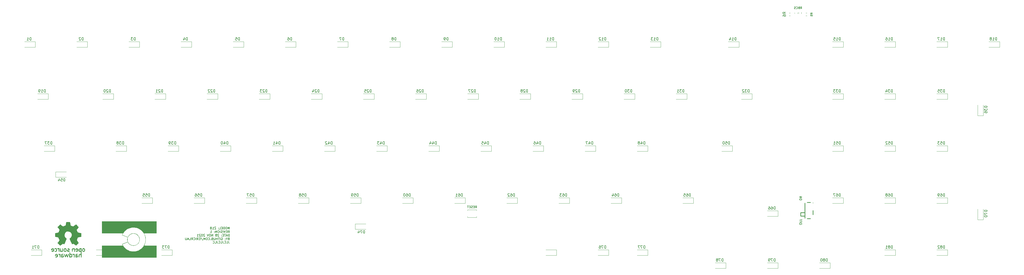
<source format=gbr>
%TF.GenerationSoftware,KiCad,Pcbnew,(6.0.0-rc1-343-g73b39e836d)*%
%TF.CreationDate,2021-12-12T21:31:48-07:00*%
%TF.ProjectId,Z18,5a31382e-6b69-4636-9164-5f7063625858,rev?*%
%TF.SameCoordinates,PX17f2fb4PY122ae10*%
%TF.FileFunction,Legend,Bot*%
%TF.FilePolarity,Positive*%
%FSLAX46Y46*%
G04 Gerber Fmt 4.6, Leading zero omitted, Abs format (unit mm)*
G04 Created by KiCad (PCBNEW (6.0.0-rc1-343-g73b39e836d)) date 2021-12-12 21:31:48*
%MOMM*%
%LPD*%
G01*
G04 APERTURE LIST*
%ADD10C,0.152400*%
%ADD11C,0.200000*%
%ADD12C,0.150000*%
%ADD13C,0.120000*%
%ADD14C,0.254000*%
G04 APERTURE END LIST*
D10*
X82440583Y-86279895D02*
X82440583Y-86860466D01*
X82479288Y-86976580D01*
X82556697Y-87053990D01*
X82672811Y-87092695D01*
X82750221Y-87092695D01*
X81666488Y-87092695D02*
X82053535Y-87092695D01*
X82053535Y-86279895D01*
X80931097Y-87015285D02*
X80969802Y-87053990D01*
X81085916Y-87092695D01*
X81163326Y-87092695D01*
X81279440Y-87053990D01*
X81356850Y-86976580D01*
X81395554Y-86899171D01*
X81434259Y-86744352D01*
X81434259Y-86628238D01*
X81395554Y-86473419D01*
X81356850Y-86396009D01*
X81279440Y-86318600D01*
X81163326Y-86279895D01*
X81085916Y-86279895D01*
X80969802Y-86318600D01*
X80931097Y-86357304D01*
X80350526Y-86279895D02*
X80350526Y-86860466D01*
X80389230Y-86976580D01*
X80466640Y-87053990D01*
X80582754Y-87092695D01*
X80660164Y-87092695D01*
X79576430Y-87092695D02*
X79963478Y-87092695D01*
X79963478Y-86279895D01*
X78841040Y-87015285D02*
X78879745Y-87053990D01*
X78995859Y-87092695D01*
X79073269Y-87092695D01*
X79189383Y-87053990D01*
X79266792Y-86976580D01*
X79305497Y-86899171D01*
X79344202Y-86744352D01*
X79344202Y-86628238D01*
X79305497Y-86473419D01*
X79266792Y-86396009D01*
X79189383Y-86318600D01*
X79073269Y-86279895D01*
X78995859Y-86279895D01*
X78879745Y-86318600D01*
X78841040Y-86357304D01*
X78260469Y-86279895D02*
X78260469Y-86860466D01*
X78299173Y-86976580D01*
X78376583Y-87053990D01*
X78492697Y-87092695D01*
X78570107Y-87092695D01*
X77486373Y-87092695D02*
X77873421Y-87092695D01*
X77873421Y-86279895D01*
X76750983Y-87015285D02*
X76789688Y-87053990D01*
X76905802Y-87092695D01*
X76983211Y-87092695D01*
X77099326Y-87053990D01*
X77176735Y-86976580D01*
X77215440Y-86899171D01*
X77254145Y-86744352D01*
X77254145Y-86628238D01*
X77215440Y-86473419D01*
X77176735Y-86396009D01*
X77099326Y-86318600D01*
X76983211Y-86279895D01*
X76905802Y-86279895D01*
X76789688Y-86318600D01*
X76750983Y-86357304D01*
D11*
X172611876Y-74180654D02*
X172878543Y-73799702D01*
X173069019Y-74180654D02*
X173069019Y-73380654D01*
X172764257Y-73380654D01*
X172688067Y-73418750D01*
X172649972Y-73456845D01*
X172611876Y-73533035D01*
X172611876Y-73647321D01*
X172649972Y-73723511D01*
X172688067Y-73761607D01*
X172764257Y-73799702D01*
X173069019Y-73799702D01*
X172269019Y-73761607D02*
X172002352Y-73761607D01*
X171888067Y-74180654D02*
X172269019Y-74180654D01*
X172269019Y-73380654D01*
X171888067Y-73380654D01*
X171583305Y-74142559D02*
X171469019Y-74180654D01*
X171278543Y-74180654D01*
X171202352Y-74142559D01*
X171164257Y-74104464D01*
X171126162Y-74028273D01*
X171126162Y-73952083D01*
X171164257Y-73875892D01*
X171202352Y-73837797D01*
X171278543Y-73799702D01*
X171430924Y-73761607D01*
X171507114Y-73723511D01*
X171545210Y-73685416D01*
X171583305Y-73609226D01*
X171583305Y-73533035D01*
X171545210Y-73456845D01*
X171507114Y-73418750D01*
X171430924Y-73380654D01*
X171240448Y-73380654D01*
X171126162Y-73418750D01*
X170783305Y-73761607D02*
X170516638Y-73761607D01*
X170402352Y-74180654D02*
X170783305Y-74180654D01*
X170783305Y-73380654D01*
X170402352Y-73380654D01*
X170173781Y-73380654D02*
X169716638Y-73380654D01*
X169945210Y-74180654D02*
X169945210Y-73380654D01*
X291903092Y-80041130D02*
X291903092Y-79888750D01*
X291864997Y-79812559D01*
X291788806Y-79736369D01*
X291636425Y-79698273D01*
X291369758Y-79698273D01*
X291217377Y-79736369D01*
X291141187Y-79812559D01*
X291103092Y-79888750D01*
X291103092Y-80041130D01*
X291141187Y-80117321D01*
X291217377Y-80193511D01*
X291369758Y-80231607D01*
X291636425Y-80231607D01*
X291788806Y-80193511D01*
X291864997Y-80117321D01*
X291903092Y-80041130D01*
X291522139Y-79088750D02*
X291522139Y-79355416D01*
X291103092Y-79355416D02*
X291903092Y-79355416D01*
X291903092Y-78974464D01*
X291522139Y-78403035D02*
X291522139Y-78669702D01*
X291103092Y-78669702D02*
X291903092Y-78669702D01*
X291903092Y-78288750D01*
X291903092Y-71126845D02*
X291903092Y-70974464D01*
X291864997Y-70898273D01*
X291788806Y-70822083D01*
X291636425Y-70783988D01*
X291369758Y-70783988D01*
X291217377Y-70822083D01*
X291141187Y-70898273D01*
X291103092Y-70974464D01*
X291103092Y-71126845D01*
X291141187Y-71203035D01*
X291217377Y-71279226D01*
X291369758Y-71317321D01*
X291636425Y-71317321D01*
X291788806Y-71279226D01*
X291864997Y-71203035D01*
X291903092Y-71126845D01*
X291103092Y-70441130D02*
X291903092Y-70441130D01*
X291103092Y-69983988D01*
X291903092Y-69983988D01*
D10*
X82738666Y-81929783D02*
X82738666Y-81116983D01*
X82467732Y-81697554D01*
X82196799Y-81116983D01*
X82196799Y-81929783D01*
X81654932Y-81116983D02*
X81500113Y-81116983D01*
X81422704Y-81155688D01*
X81345294Y-81233097D01*
X81306590Y-81387916D01*
X81306590Y-81658849D01*
X81345294Y-81813668D01*
X81422704Y-81891078D01*
X81500113Y-81929783D01*
X81654932Y-81929783D01*
X81732342Y-81891078D01*
X81809751Y-81813668D01*
X81848456Y-81658849D01*
X81848456Y-81387916D01*
X81809751Y-81233097D01*
X81732342Y-81155688D01*
X81654932Y-81116983D01*
X80958247Y-81929783D02*
X80958247Y-81116983D01*
X80764723Y-81116983D01*
X80648609Y-81155688D01*
X80571199Y-81233097D01*
X80532494Y-81310507D01*
X80493790Y-81465326D01*
X80493790Y-81581440D01*
X80532494Y-81736259D01*
X80571199Y-81813668D01*
X80648609Y-81891078D01*
X80764723Y-81929783D01*
X80958247Y-81929783D01*
X80145447Y-81504030D02*
X79874513Y-81504030D01*
X79758399Y-81929783D02*
X80145447Y-81929783D01*
X80145447Y-81116983D01*
X79758399Y-81116983D01*
X79023009Y-81929783D02*
X79410056Y-81929783D01*
X79410056Y-81116983D01*
X78752075Y-81852373D02*
X78713370Y-81891078D01*
X78752075Y-81929783D01*
X78790780Y-81891078D01*
X78752075Y-81852373D01*
X78752075Y-81929783D01*
X78752075Y-81426621D02*
X78713370Y-81465326D01*
X78752075Y-81504030D01*
X78790780Y-81465326D01*
X78752075Y-81426621D01*
X78752075Y-81504030D01*
X77823161Y-81116983D02*
X77281294Y-81116983D01*
X77823161Y-81929783D01*
X77281294Y-81929783D01*
X76545904Y-81929783D02*
X77010361Y-81929783D01*
X76778132Y-81929783D02*
X76778132Y-81116983D01*
X76855542Y-81233097D01*
X76932951Y-81310507D01*
X77010361Y-81349211D01*
X76081447Y-81465326D02*
X76158856Y-81426621D01*
X76197561Y-81387916D01*
X76236266Y-81310507D01*
X76236266Y-81271802D01*
X76197561Y-81194392D01*
X76158856Y-81155688D01*
X76081447Y-81116983D01*
X75926628Y-81116983D01*
X75849218Y-81155688D01*
X75810513Y-81194392D01*
X75771809Y-81271802D01*
X75771809Y-81310507D01*
X75810513Y-81387916D01*
X75849218Y-81426621D01*
X75926628Y-81465326D01*
X76081447Y-81465326D01*
X76158856Y-81504030D01*
X76197561Y-81542735D01*
X76236266Y-81620145D01*
X76236266Y-81774964D01*
X76197561Y-81852373D01*
X76158856Y-81891078D01*
X76081447Y-81929783D01*
X75926628Y-81929783D01*
X75849218Y-81891078D01*
X75810513Y-81852373D01*
X75771809Y-81774964D01*
X75771809Y-81620145D01*
X75810513Y-81542735D01*
X75849218Y-81504030D01*
X75926628Y-81465326D01*
X82274209Y-83238391D02*
X82545142Y-82851343D01*
X82738666Y-83238391D02*
X82738666Y-82425591D01*
X82429028Y-82425591D01*
X82351618Y-82464296D01*
X82312913Y-82503000D01*
X82274209Y-82580410D01*
X82274209Y-82696524D01*
X82312913Y-82773934D01*
X82351618Y-82812638D01*
X82429028Y-82851343D01*
X82738666Y-82851343D01*
X81925866Y-82812638D02*
X81654932Y-82812638D01*
X81538818Y-83238391D02*
X81925866Y-83238391D01*
X81925866Y-82425591D01*
X81538818Y-82425591D01*
X81306590Y-82425591D02*
X81035656Y-83238391D01*
X80764723Y-82425591D01*
X80493790Y-83238391D02*
X80493790Y-82425591D01*
X80145447Y-83199686D02*
X80029332Y-83238391D01*
X79835809Y-83238391D01*
X79758399Y-83199686D01*
X79719694Y-83160981D01*
X79680990Y-83083572D01*
X79680990Y-83006162D01*
X79719694Y-82928753D01*
X79758399Y-82890048D01*
X79835809Y-82851343D01*
X79990628Y-82812638D01*
X80068037Y-82773934D01*
X80106742Y-82735229D01*
X80145447Y-82657819D01*
X80145447Y-82580410D01*
X80106742Y-82503000D01*
X80068037Y-82464296D01*
X79990628Y-82425591D01*
X79797104Y-82425591D01*
X79680990Y-82464296D01*
X79332647Y-83238391D02*
X79332647Y-82425591D01*
X78790780Y-82425591D02*
X78635961Y-82425591D01*
X78558551Y-82464296D01*
X78481142Y-82541705D01*
X78442437Y-82696524D01*
X78442437Y-82967457D01*
X78481142Y-83122276D01*
X78558551Y-83199686D01*
X78635961Y-83238391D01*
X78790780Y-83238391D01*
X78868190Y-83199686D01*
X78945599Y-83122276D01*
X78984304Y-82967457D01*
X78984304Y-82696524D01*
X78945599Y-82541705D01*
X78868190Y-82464296D01*
X78790780Y-82425591D01*
X78094094Y-83238391D02*
X78094094Y-82425591D01*
X77629637Y-83238391D01*
X77629637Y-82425591D01*
X77242590Y-83160981D02*
X77203885Y-83199686D01*
X77242590Y-83238391D01*
X77281294Y-83199686D01*
X77242590Y-83160981D01*
X77242590Y-83238391D01*
X77242590Y-82735229D02*
X77203885Y-82773934D01*
X77242590Y-82812638D01*
X77281294Y-82773934D01*
X77242590Y-82735229D01*
X77242590Y-82812638D01*
X75810513Y-83238391D02*
X76274970Y-83238391D01*
X76042742Y-83238391D02*
X76042742Y-82425591D01*
X76120151Y-82541705D01*
X76197561Y-82619115D01*
X76274970Y-82657819D01*
X82738666Y-84546999D02*
X82738666Y-83734199D01*
X82545142Y-83734199D01*
X82429028Y-83772904D01*
X82351618Y-83850313D01*
X82312913Y-83927723D01*
X82274209Y-84082542D01*
X82274209Y-84198656D01*
X82312913Y-84353475D01*
X82351618Y-84430884D01*
X82429028Y-84508294D01*
X82545142Y-84546999D01*
X82738666Y-84546999D01*
X81964570Y-84314770D02*
X81577523Y-84314770D01*
X82041980Y-84546999D02*
X81771047Y-83734199D01*
X81500113Y-84546999D01*
X81345294Y-83734199D02*
X80880837Y-83734199D01*
X81113066Y-84546999D02*
X81113066Y-83734199D01*
X80609904Y-84121246D02*
X80338970Y-84121246D01*
X80222856Y-84546999D02*
X80609904Y-84546999D01*
X80609904Y-83734199D01*
X80222856Y-83734199D01*
X79874513Y-84469589D02*
X79835809Y-84508294D01*
X79874513Y-84546999D01*
X79913218Y-84508294D01*
X79874513Y-84469589D01*
X79874513Y-84546999D01*
X79874513Y-84043837D02*
X79835809Y-84082542D01*
X79874513Y-84121246D01*
X79913218Y-84082542D01*
X79874513Y-84043837D01*
X79874513Y-84121246D01*
X78906894Y-83811608D02*
X78868190Y-83772904D01*
X78790780Y-83734199D01*
X78597256Y-83734199D01*
X78519847Y-83772904D01*
X78481142Y-83811608D01*
X78442437Y-83889018D01*
X78442437Y-83966427D01*
X78481142Y-84082542D01*
X78945599Y-84546999D01*
X78442437Y-84546999D01*
X77977980Y-84082542D02*
X78055390Y-84043837D01*
X78094094Y-84005132D01*
X78132799Y-83927723D01*
X78132799Y-83889018D01*
X78094094Y-83811608D01*
X78055390Y-83772904D01*
X77977980Y-83734199D01*
X77823161Y-83734199D01*
X77745751Y-83772904D01*
X77707047Y-83811608D01*
X77668342Y-83889018D01*
X77668342Y-83927723D01*
X77707047Y-84005132D01*
X77745751Y-84043837D01*
X77823161Y-84082542D01*
X77977980Y-84082542D01*
X78055390Y-84121246D01*
X78094094Y-84159951D01*
X78132799Y-84237361D01*
X78132799Y-84392180D01*
X78094094Y-84469589D01*
X78055390Y-84508294D01*
X77977980Y-84546999D01*
X77823161Y-84546999D01*
X77745751Y-84508294D01*
X77707047Y-84469589D01*
X77668342Y-84392180D01*
X77668342Y-84237361D01*
X77707047Y-84159951D01*
X77745751Y-84121246D01*
X77823161Y-84082542D01*
X76700723Y-84546999D02*
X76700723Y-83734199D01*
X76236266Y-84546999D01*
X76236266Y-83734199D01*
X75694399Y-83734199D02*
X75539580Y-83734199D01*
X75462170Y-83772904D01*
X75384761Y-83850313D01*
X75346056Y-84005132D01*
X75346056Y-84276065D01*
X75384761Y-84430884D01*
X75462170Y-84508294D01*
X75539580Y-84546999D01*
X75694399Y-84546999D01*
X75771809Y-84508294D01*
X75849218Y-84430884D01*
X75887923Y-84276065D01*
X75887923Y-84005132D01*
X75849218Y-83850313D01*
X75771809Y-83772904D01*
X75694399Y-83734199D01*
X75113828Y-83734199D02*
X74842894Y-84546999D01*
X74571961Y-83734199D01*
X73720456Y-83811608D02*
X73681751Y-83772904D01*
X73604342Y-83734199D01*
X73410818Y-83734199D01*
X73333409Y-83772904D01*
X73294704Y-83811608D01*
X73255999Y-83889018D01*
X73255999Y-83966427D01*
X73294704Y-84082542D01*
X73759161Y-84546999D01*
X73255999Y-84546999D01*
X72752837Y-83734199D02*
X72675428Y-83734199D01*
X72598018Y-83772904D01*
X72559313Y-83811608D01*
X72520609Y-83889018D01*
X72481904Y-84043837D01*
X72481904Y-84237361D01*
X72520609Y-84392180D01*
X72559313Y-84469589D01*
X72598018Y-84508294D01*
X72675428Y-84546999D01*
X72752837Y-84546999D01*
X72830247Y-84508294D01*
X72868951Y-84469589D01*
X72907656Y-84392180D01*
X72946361Y-84237361D01*
X72946361Y-84043837D01*
X72907656Y-83889018D01*
X72868951Y-83811608D01*
X72830247Y-83772904D01*
X72752837Y-83734199D01*
X72172266Y-83811608D02*
X72133561Y-83772904D01*
X72056151Y-83734199D01*
X71862628Y-83734199D01*
X71785218Y-83772904D01*
X71746513Y-83811608D01*
X71707809Y-83889018D01*
X71707809Y-83966427D01*
X71746513Y-84082542D01*
X72210970Y-84546999D01*
X71707809Y-84546999D01*
X70933713Y-84546999D02*
X71398170Y-84546999D01*
X71165942Y-84546999D02*
X71165942Y-83734199D01*
X71243351Y-83850313D01*
X71320761Y-83927723D01*
X71398170Y-83966427D01*
X82467732Y-85429854D02*
X82351618Y-85468559D01*
X82312913Y-85507264D01*
X82274209Y-85584673D01*
X82274209Y-85700788D01*
X82312913Y-85778197D01*
X82351618Y-85816902D01*
X82429028Y-85855607D01*
X82738666Y-85855607D01*
X82738666Y-85042807D01*
X82467732Y-85042807D01*
X82390323Y-85081512D01*
X82351618Y-85120216D01*
X82312913Y-85197626D01*
X82312913Y-85275035D01*
X82351618Y-85352445D01*
X82390323Y-85391150D01*
X82467732Y-85429854D01*
X82738666Y-85429854D01*
X81771047Y-85468559D02*
X81771047Y-85855607D01*
X82041980Y-85042807D02*
X81771047Y-85468559D01*
X81500113Y-85042807D01*
X81229180Y-85778197D02*
X81190475Y-85816902D01*
X81229180Y-85855607D01*
X81267885Y-85816902D01*
X81229180Y-85778197D01*
X81229180Y-85855607D01*
X81229180Y-85352445D02*
X81190475Y-85391150D01*
X81229180Y-85429854D01*
X81267885Y-85391150D01*
X81229180Y-85352445D01*
X81229180Y-85429854D01*
X79797104Y-85081512D02*
X79874513Y-85042807D01*
X79990628Y-85042807D01*
X80106742Y-85081512D01*
X80184151Y-85158921D01*
X80222856Y-85236331D01*
X80261561Y-85391150D01*
X80261561Y-85507264D01*
X80222856Y-85662083D01*
X80184151Y-85739492D01*
X80106742Y-85816902D01*
X79990628Y-85855607D01*
X79913218Y-85855607D01*
X79797104Y-85816902D01*
X79758399Y-85778197D01*
X79758399Y-85507264D01*
X79913218Y-85507264D01*
X79410056Y-85855607D02*
X79410056Y-85042807D01*
X79139123Y-85042807D02*
X78674666Y-85042807D01*
X78906894Y-85855607D02*
X78906894Y-85042807D01*
X78403732Y-85855607D02*
X78403732Y-85042807D01*
X78403732Y-85429854D02*
X77939275Y-85429854D01*
X77939275Y-85855607D02*
X77939275Y-85042807D01*
X77552228Y-85042807D02*
X77552228Y-85700788D01*
X77513523Y-85778197D01*
X77474818Y-85816902D01*
X77397409Y-85855607D01*
X77242590Y-85855607D01*
X77165180Y-85816902D01*
X77126475Y-85778197D01*
X77087770Y-85700788D01*
X77087770Y-85042807D01*
X76429790Y-85429854D02*
X76313675Y-85468559D01*
X76274970Y-85507264D01*
X76236266Y-85584673D01*
X76236266Y-85700788D01*
X76274970Y-85778197D01*
X76313675Y-85816902D01*
X76391085Y-85855607D01*
X76700723Y-85855607D01*
X76700723Y-85042807D01*
X76429790Y-85042807D01*
X76352380Y-85081512D01*
X76313675Y-85120216D01*
X76274970Y-85197626D01*
X76274970Y-85275035D01*
X76313675Y-85352445D01*
X76352380Y-85391150D01*
X76429790Y-85429854D01*
X76700723Y-85429854D01*
X75887923Y-85778197D02*
X75849218Y-85816902D01*
X75887923Y-85855607D01*
X75926628Y-85816902D01*
X75887923Y-85778197D01*
X75887923Y-85855607D01*
X75036418Y-85778197D02*
X75075123Y-85816902D01*
X75191237Y-85855607D01*
X75268647Y-85855607D01*
X75384761Y-85816902D01*
X75462170Y-85739492D01*
X75500875Y-85662083D01*
X75539580Y-85507264D01*
X75539580Y-85391150D01*
X75500875Y-85236331D01*
X75462170Y-85158921D01*
X75384761Y-85081512D01*
X75268647Y-85042807D01*
X75191237Y-85042807D01*
X75075123Y-85081512D01*
X75036418Y-85120216D01*
X74533256Y-85042807D02*
X74378437Y-85042807D01*
X74301028Y-85081512D01*
X74223618Y-85158921D01*
X74184913Y-85313740D01*
X74184913Y-85584673D01*
X74223618Y-85739492D01*
X74301028Y-85816902D01*
X74378437Y-85855607D01*
X74533256Y-85855607D01*
X74610666Y-85816902D01*
X74688075Y-85739492D01*
X74726780Y-85584673D01*
X74726780Y-85313740D01*
X74688075Y-85158921D01*
X74610666Y-85081512D01*
X74533256Y-85042807D01*
X73836570Y-85855607D02*
X73836570Y-85042807D01*
X73565637Y-85623378D01*
X73294704Y-85042807D01*
X73294704Y-85855607D01*
X72327085Y-85004102D02*
X73023770Y-86049131D01*
X72056151Y-85429854D02*
X71785218Y-85429854D01*
X71669104Y-85855607D02*
X72056151Y-85855607D01*
X72056151Y-85042807D01*
X71669104Y-85042807D01*
X70856304Y-85855607D02*
X71127237Y-85468559D01*
X71320761Y-85855607D02*
X71320761Y-85042807D01*
X71011123Y-85042807D01*
X70933713Y-85081512D01*
X70895009Y-85120216D01*
X70856304Y-85197626D01*
X70856304Y-85313740D01*
X70895009Y-85391150D01*
X70933713Y-85429854D01*
X71011123Y-85468559D01*
X71320761Y-85468559D01*
X70507961Y-85855607D02*
X70507961Y-85042807D01*
X69656456Y-85778197D02*
X69695161Y-85816902D01*
X69811275Y-85855607D01*
X69888685Y-85855607D01*
X70004799Y-85816902D01*
X70082209Y-85739492D01*
X70120913Y-85662083D01*
X70159618Y-85507264D01*
X70159618Y-85391150D01*
X70120913Y-85236331D01*
X70082209Y-85158921D01*
X70004799Y-85081512D01*
X69888685Y-85042807D01*
X69811275Y-85042807D01*
X69695161Y-85081512D01*
X69656456Y-85120216D01*
X68843656Y-85855607D02*
X69114590Y-85468559D01*
X69308113Y-85855607D02*
X69308113Y-85042807D01*
X68998475Y-85042807D01*
X68921066Y-85081512D01*
X68882361Y-85120216D01*
X68843656Y-85197626D01*
X68843656Y-85313740D01*
X68882361Y-85391150D01*
X68921066Y-85429854D01*
X68998475Y-85468559D01*
X69308113Y-85468559D01*
X68108266Y-85855607D02*
X68495313Y-85855607D01*
X68495313Y-85042807D01*
X67876037Y-85623378D02*
X67488990Y-85623378D01*
X67953447Y-85855607D02*
X67682513Y-85042807D01*
X67411580Y-85855607D01*
X67140647Y-85042807D02*
X67140647Y-85700788D01*
X67101942Y-85778197D01*
X67063237Y-85816902D01*
X66985828Y-85855607D01*
X66831009Y-85855607D01*
X66753599Y-85816902D01*
X66714894Y-85778197D01*
X66676190Y-85700788D01*
X66676190Y-85042807D01*
D12*
%TO.C,D31*%
X248864285Y-31789880D02*
X248864285Y-30789880D01*
X248626190Y-30789880D01*
X248483333Y-30837500D01*
X248388095Y-30932738D01*
X248340476Y-31027976D01*
X248292857Y-31218452D01*
X248292857Y-31361309D01*
X248340476Y-31551785D01*
X248388095Y-31647023D01*
X248483333Y-31742261D01*
X248626190Y-31789880D01*
X248864285Y-31789880D01*
X247959523Y-30789880D02*
X247340476Y-30789880D01*
X247673809Y-31170833D01*
X247530952Y-31170833D01*
X247435714Y-31218452D01*
X247388095Y-31266071D01*
X247340476Y-31361309D01*
X247340476Y-31599404D01*
X247388095Y-31694642D01*
X247435714Y-31742261D01*
X247530952Y-31789880D01*
X247816666Y-31789880D01*
X247911904Y-31742261D01*
X247959523Y-31694642D01*
X246388095Y-31789880D02*
X246959523Y-31789880D01*
X246673809Y-31789880D02*
X246673809Y-30789880D01*
X246769047Y-30932738D01*
X246864285Y-31027976D01*
X246959523Y-31075595D01*
%TO.C,D43*%
X139326785Y-50839880D02*
X139326785Y-49839880D01*
X139088690Y-49839880D01*
X138945833Y-49887500D01*
X138850595Y-49982738D01*
X138802976Y-50077976D01*
X138755357Y-50268452D01*
X138755357Y-50411309D01*
X138802976Y-50601785D01*
X138850595Y-50697023D01*
X138945833Y-50792261D01*
X139088690Y-50839880D01*
X139326785Y-50839880D01*
X137898214Y-50173214D02*
X137898214Y-50839880D01*
X138136309Y-49792261D02*
X138374404Y-50506547D01*
X137755357Y-50506547D01*
X137469642Y-49839880D02*
X136850595Y-49839880D01*
X137183928Y-50220833D01*
X137041071Y-50220833D01*
X136945833Y-50268452D01*
X136898214Y-50316071D01*
X136850595Y-50411309D01*
X136850595Y-50649404D01*
X136898214Y-50744642D01*
X136945833Y-50792261D01*
X137041071Y-50839880D01*
X137326785Y-50839880D01*
X137422023Y-50792261D01*
X137469642Y-50744642D01*
%TO.C,R8*%
X291450000Y-1264285D02*
X291700000Y-907142D01*
X291878571Y-1264285D02*
X291878571Y-514285D01*
X291592857Y-514285D01*
X291521428Y-550000D01*
X291485714Y-585714D01*
X291450000Y-657142D01*
X291450000Y-764285D01*
X291485714Y-835714D01*
X291521428Y-871428D01*
X291592857Y-907142D01*
X291878571Y-907142D01*
X291021428Y-835714D02*
X291092857Y-800000D01*
X291128571Y-764285D01*
X291164285Y-692857D01*
X291164285Y-657142D01*
X291128571Y-585714D01*
X291092857Y-550000D01*
X291021428Y-514285D01*
X290878571Y-514285D01*
X290807142Y-550000D01*
X290771428Y-585714D01*
X290735714Y-657142D01*
X290735714Y-692857D01*
X290771428Y-764285D01*
X290807142Y-800000D01*
X290878571Y-835714D01*
X291021428Y-835714D01*
X291092857Y-871428D01*
X291128571Y-907142D01*
X291164285Y-978571D01*
X291164285Y-1121428D01*
X291128571Y-1192857D01*
X291092857Y-1228571D01*
X291021428Y-1264285D01*
X290878571Y-1264285D01*
X290807142Y-1228571D01*
X290771428Y-1192857D01*
X290735714Y-1121428D01*
X290735714Y-978571D01*
X290771428Y-907142D01*
X290807142Y-871428D01*
X290878571Y-835714D01*
%TO.C,D71*%
X13120535Y-88939880D02*
X13120535Y-87939880D01*
X12882440Y-87939880D01*
X12739583Y-87987500D01*
X12644345Y-88082738D01*
X12596726Y-88177976D01*
X12549107Y-88368452D01*
X12549107Y-88511309D01*
X12596726Y-88701785D01*
X12644345Y-88797023D01*
X12739583Y-88892261D01*
X12882440Y-88939880D01*
X13120535Y-88939880D01*
X12215773Y-87939880D02*
X11549107Y-87939880D01*
X11977678Y-88939880D01*
X10644345Y-88939880D02*
X11215773Y-88939880D01*
X10930059Y-88939880D02*
X10930059Y-87939880D01*
X11025297Y-88082738D01*
X11120535Y-88177976D01*
X11215773Y-88225595D01*
%TO.C,D30*%
X229814285Y-31789880D02*
X229814285Y-30789880D01*
X229576190Y-30789880D01*
X229433333Y-30837500D01*
X229338095Y-30932738D01*
X229290476Y-31027976D01*
X229242857Y-31218452D01*
X229242857Y-31361309D01*
X229290476Y-31551785D01*
X229338095Y-31647023D01*
X229433333Y-31742261D01*
X229576190Y-31789880D01*
X229814285Y-31789880D01*
X228909523Y-30789880D02*
X228290476Y-30789880D01*
X228623809Y-31170833D01*
X228480952Y-31170833D01*
X228385714Y-31218452D01*
X228338095Y-31266071D01*
X228290476Y-31361309D01*
X228290476Y-31599404D01*
X228338095Y-31694642D01*
X228385714Y-31742261D01*
X228480952Y-31789880D01*
X228766666Y-31789880D01*
X228861904Y-31742261D01*
X228909523Y-31694642D01*
X227671428Y-30789880D02*
X227576190Y-30789880D01*
X227480952Y-30837500D01*
X227433333Y-30885119D01*
X227385714Y-30980357D01*
X227338095Y-31170833D01*
X227338095Y-31408928D01*
X227385714Y-31599404D01*
X227433333Y-31694642D01*
X227480952Y-31742261D01*
X227576190Y-31789880D01*
X227671428Y-31789880D01*
X227766666Y-31742261D01*
X227814285Y-31694642D01*
X227861904Y-31599404D01*
X227909523Y-31408928D01*
X227909523Y-31170833D01*
X227861904Y-30980357D01*
X227814285Y-30885119D01*
X227766666Y-30837500D01*
X227671428Y-30789880D01*
%TO.C,D36*%
X359639880Y-36885714D02*
X358639880Y-36885714D01*
X358639880Y-37123809D01*
X358687500Y-37266666D01*
X358782738Y-37361904D01*
X358877976Y-37409523D01*
X359068452Y-37457142D01*
X359211309Y-37457142D01*
X359401785Y-37409523D01*
X359497023Y-37361904D01*
X359592261Y-37266666D01*
X359639880Y-37123809D01*
X359639880Y-36885714D01*
X358639880Y-37790476D02*
X358639880Y-38409523D01*
X359020833Y-38076190D01*
X359020833Y-38219047D01*
X359068452Y-38314285D01*
X359116071Y-38361904D01*
X359211309Y-38409523D01*
X359449404Y-38409523D01*
X359544642Y-38361904D01*
X359592261Y-38314285D01*
X359639880Y-38219047D01*
X359639880Y-37933333D01*
X359592261Y-37838095D01*
X359544642Y-37790476D01*
X358639880Y-39266666D02*
X358639880Y-39076190D01*
X358687500Y-38980952D01*
X358735119Y-38933333D01*
X358877976Y-38838095D01*
X359068452Y-38790476D01*
X359449404Y-38790476D01*
X359544642Y-38838095D01*
X359592261Y-38885714D01*
X359639880Y-38980952D01*
X359639880Y-39171428D01*
X359592261Y-39266666D01*
X359544642Y-39314285D01*
X359449404Y-39361904D01*
X359211309Y-39361904D01*
X359116071Y-39314285D01*
X359068452Y-39266666D01*
X359020833Y-39171428D01*
X359020833Y-38980952D01*
X359068452Y-38885714D01*
X359116071Y-38838095D01*
X359211309Y-38790476D01*
%TO.C,D62*%
X186951785Y-69889880D02*
X186951785Y-68889880D01*
X186713690Y-68889880D01*
X186570833Y-68937500D01*
X186475595Y-69032738D01*
X186427976Y-69127976D01*
X186380357Y-69318452D01*
X186380357Y-69461309D01*
X186427976Y-69651785D01*
X186475595Y-69747023D01*
X186570833Y-69842261D01*
X186713690Y-69889880D01*
X186951785Y-69889880D01*
X185523214Y-68889880D02*
X185713690Y-68889880D01*
X185808928Y-68937500D01*
X185856547Y-68985119D01*
X185951785Y-69127976D01*
X185999404Y-69318452D01*
X185999404Y-69699404D01*
X185951785Y-69794642D01*
X185904166Y-69842261D01*
X185808928Y-69889880D01*
X185618452Y-69889880D01*
X185523214Y-69842261D01*
X185475595Y-69794642D01*
X185427976Y-69699404D01*
X185427976Y-69461309D01*
X185475595Y-69366071D01*
X185523214Y-69318452D01*
X185618452Y-69270833D01*
X185808928Y-69270833D01*
X185904166Y-69318452D01*
X185951785Y-69366071D01*
X185999404Y-69461309D01*
X185047023Y-68985119D02*
X184999404Y-68937500D01*
X184904166Y-68889880D01*
X184666071Y-68889880D01*
X184570833Y-68937500D01*
X184523214Y-68985119D01*
X184475595Y-69080357D01*
X184475595Y-69175595D01*
X184523214Y-69318452D01*
X185094642Y-69889880D01*
X184475595Y-69889880D01*
%TO.C,D78*%
X263151785Y-93702380D02*
X263151785Y-92702380D01*
X262913690Y-92702380D01*
X262770833Y-92750000D01*
X262675595Y-92845238D01*
X262627976Y-92940476D01*
X262580357Y-93130952D01*
X262580357Y-93273809D01*
X262627976Y-93464285D01*
X262675595Y-93559523D01*
X262770833Y-93654761D01*
X262913690Y-93702380D01*
X263151785Y-93702380D01*
X262247023Y-92702380D02*
X261580357Y-92702380D01*
X262008928Y-93702380D01*
X261056547Y-93130952D02*
X261151785Y-93083333D01*
X261199404Y-93035714D01*
X261247023Y-92940476D01*
X261247023Y-92892857D01*
X261199404Y-92797619D01*
X261151785Y-92750000D01*
X261056547Y-92702380D01*
X260866071Y-92702380D01*
X260770833Y-92750000D01*
X260723214Y-92797619D01*
X260675595Y-92892857D01*
X260675595Y-92940476D01*
X260723214Y-93035714D01*
X260770833Y-93083333D01*
X260866071Y-93130952D01*
X261056547Y-93130952D01*
X261151785Y-93178571D01*
X261199404Y-93226190D01*
X261247023Y-93321428D01*
X261247023Y-93511904D01*
X261199404Y-93607142D01*
X261151785Y-93654761D01*
X261056547Y-93702380D01*
X260866071Y-93702380D01*
X260770833Y-93654761D01*
X260723214Y-93607142D01*
X260675595Y-93511904D01*
X260675595Y-93321428D01*
X260723214Y-93226190D01*
X260770833Y-93178571D01*
X260866071Y-93130952D01*
%TO.C,D80*%
X301251785Y-93702380D02*
X301251785Y-92702380D01*
X301013690Y-92702380D01*
X300870833Y-92750000D01*
X300775595Y-92845238D01*
X300727976Y-92940476D01*
X300680357Y-93130952D01*
X300680357Y-93273809D01*
X300727976Y-93464285D01*
X300775595Y-93559523D01*
X300870833Y-93654761D01*
X301013690Y-93702380D01*
X301251785Y-93702380D01*
X300108928Y-93130952D02*
X300204166Y-93083333D01*
X300251785Y-93035714D01*
X300299404Y-92940476D01*
X300299404Y-92892857D01*
X300251785Y-92797619D01*
X300204166Y-92750000D01*
X300108928Y-92702380D01*
X299918452Y-92702380D01*
X299823214Y-92750000D01*
X299775595Y-92797619D01*
X299727976Y-92892857D01*
X299727976Y-92940476D01*
X299775595Y-93035714D01*
X299823214Y-93083333D01*
X299918452Y-93130952D01*
X300108928Y-93130952D01*
X300204166Y-93178571D01*
X300251785Y-93226190D01*
X300299404Y-93321428D01*
X300299404Y-93511904D01*
X300251785Y-93607142D01*
X300204166Y-93654761D01*
X300108928Y-93702380D01*
X299918452Y-93702380D01*
X299823214Y-93654761D01*
X299775595Y-93607142D01*
X299727976Y-93511904D01*
X299727976Y-93321428D01*
X299775595Y-93226190D01*
X299823214Y-93178571D01*
X299918452Y-93130952D01*
X299108928Y-92702380D02*
X299013690Y-92702380D01*
X298918452Y-92750000D01*
X298870833Y-92797619D01*
X298823214Y-92892857D01*
X298775595Y-93083333D01*
X298775595Y-93321428D01*
X298823214Y-93511904D01*
X298870833Y-93607142D01*
X298918452Y-93654761D01*
X299013690Y-93702380D01*
X299108928Y-93702380D01*
X299204166Y-93654761D01*
X299251785Y-93607142D01*
X299299404Y-93511904D01*
X299347023Y-93321428D01*
X299347023Y-93083333D01*
X299299404Y-92892857D01*
X299251785Y-92797619D01*
X299204166Y-92750000D01*
X299108928Y-92702380D01*
%TO.C,D44*%
X158376785Y-50839880D02*
X158376785Y-49839880D01*
X158138690Y-49839880D01*
X157995833Y-49887500D01*
X157900595Y-49982738D01*
X157852976Y-50077976D01*
X157805357Y-50268452D01*
X157805357Y-50411309D01*
X157852976Y-50601785D01*
X157900595Y-50697023D01*
X157995833Y-50792261D01*
X158138690Y-50839880D01*
X158376785Y-50839880D01*
X156948214Y-50173214D02*
X156948214Y-50839880D01*
X157186309Y-49792261D02*
X157424404Y-50506547D01*
X156805357Y-50506547D01*
X155995833Y-50173214D02*
X155995833Y-50839880D01*
X156233928Y-49792261D02*
X156472023Y-50506547D01*
X155852976Y-50506547D01*
%TO.C,D64*%
X225051785Y-69889880D02*
X225051785Y-68889880D01*
X224813690Y-68889880D01*
X224670833Y-68937500D01*
X224575595Y-69032738D01*
X224527976Y-69127976D01*
X224480357Y-69318452D01*
X224480357Y-69461309D01*
X224527976Y-69651785D01*
X224575595Y-69747023D01*
X224670833Y-69842261D01*
X224813690Y-69889880D01*
X225051785Y-69889880D01*
X223623214Y-68889880D02*
X223813690Y-68889880D01*
X223908928Y-68937500D01*
X223956547Y-68985119D01*
X224051785Y-69127976D01*
X224099404Y-69318452D01*
X224099404Y-69699404D01*
X224051785Y-69794642D01*
X224004166Y-69842261D01*
X223908928Y-69889880D01*
X223718452Y-69889880D01*
X223623214Y-69842261D01*
X223575595Y-69794642D01*
X223527976Y-69699404D01*
X223527976Y-69461309D01*
X223575595Y-69366071D01*
X223623214Y-69318452D01*
X223718452Y-69270833D01*
X223908928Y-69270833D01*
X224004166Y-69318452D01*
X224051785Y-69366071D01*
X224099404Y-69461309D01*
X222670833Y-69223214D02*
X222670833Y-69889880D01*
X222908928Y-68842261D02*
X223147023Y-69556547D01*
X222527976Y-69556547D01*
%TO.C,D1*%
X10263095Y-12739880D02*
X10263095Y-11739880D01*
X10025000Y-11739880D01*
X9882142Y-11787500D01*
X9786904Y-11882738D01*
X9739285Y-11977976D01*
X9691666Y-12168452D01*
X9691666Y-12311309D01*
X9739285Y-12501785D01*
X9786904Y-12597023D01*
X9882142Y-12692261D01*
X10025000Y-12739880D01*
X10263095Y-12739880D01*
X8739285Y-12739880D02*
X9310714Y-12739880D01*
X9025000Y-12739880D02*
X9025000Y-11739880D01*
X9120238Y-11882738D01*
X9215476Y-11977976D01*
X9310714Y-12025595D01*
%TO.C,D23*%
X96464285Y-31789880D02*
X96464285Y-30789880D01*
X96226190Y-30789880D01*
X96083333Y-30837500D01*
X95988095Y-30932738D01*
X95940476Y-31027976D01*
X95892857Y-31218452D01*
X95892857Y-31361309D01*
X95940476Y-31551785D01*
X95988095Y-31647023D01*
X96083333Y-31742261D01*
X96226190Y-31789880D01*
X96464285Y-31789880D01*
X95511904Y-30885119D02*
X95464285Y-30837500D01*
X95369047Y-30789880D01*
X95130952Y-30789880D01*
X95035714Y-30837500D01*
X94988095Y-30885119D01*
X94940476Y-30980357D01*
X94940476Y-31075595D01*
X94988095Y-31218452D01*
X95559523Y-31789880D01*
X94940476Y-31789880D01*
X94607142Y-30789880D02*
X93988095Y-30789880D01*
X94321428Y-31170833D01*
X94178571Y-31170833D01*
X94083333Y-31218452D01*
X94035714Y-31266071D01*
X93988095Y-31361309D01*
X93988095Y-31599404D01*
X94035714Y-31694642D01*
X94083333Y-31742261D01*
X94178571Y-31789880D01*
X94464285Y-31789880D01*
X94559523Y-31742261D01*
X94607142Y-31694642D01*
%TO.C,D81*%
X325064285Y-88939880D02*
X325064285Y-87939880D01*
X324826190Y-87939880D01*
X324683333Y-87987500D01*
X324588095Y-88082738D01*
X324540476Y-88177976D01*
X324492857Y-88368452D01*
X324492857Y-88511309D01*
X324540476Y-88701785D01*
X324588095Y-88797023D01*
X324683333Y-88892261D01*
X324826190Y-88939880D01*
X325064285Y-88939880D01*
X323921428Y-88368452D02*
X324016666Y-88320833D01*
X324064285Y-88273214D01*
X324111904Y-88177976D01*
X324111904Y-88130357D01*
X324064285Y-88035119D01*
X324016666Y-87987500D01*
X323921428Y-87939880D01*
X323730952Y-87939880D01*
X323635714Y-87987500D01*
X323588095Y-88035119D01*
X323540476Y-88130357D01*
X323540476Y-88177976D01*
X323588095Y-88273214D01*
X323635714Y-88320833D01*
X323730952Y-88368452D01*
X323921428Y-88368452D01*
X324016666Y-88416071D01*
X324064285Y-88463690D01*
X324111904Y-88558928D01*
X324111904Y-88749404D01*
X324064285Y-88844642D01*
X324016666Y-88892261D01*
X323921428Y-88939880D01*
X323730952Y-88939880D01*
X323635714Y-88892261D01*
X323588095Y-88844642D01*
X323540476Y-88749404D01*
X323540476Y-88558928D01*
X323588095Y-88463690D01*
X323635714Y-88416071D01*
X323730952Y-88368452D01*
X322588095Y-88939880D02*
X323159523Y-88939880D01*
X322873809Y-88939880D02*
X322873809Y-87939880D01*
X322969047Y-88082738D01*
X323064285Y-88177976D01*
X323159523Y-88225595D01*
%TO.C,D34*%
X325064285Y-31789880D02*
X325064285Y-30789880D01*
X324826190Y-30789880D01*
X324683333Y-30837500D01*
X324588095Y-30932738D01*
X324540476Y-31027976D01*
X324492857Y-31218452D01*
X324492857Y-31361309D01*
X324540476Y-31551785D01*
X324588095Y-31647023D01*
X324683333Y-31742261D01*
X324826190Y-31789880D01*
X325064285Y-31789880D01*
X324159523Y-30789880D02*
X323540476Y-30789880D01*
X323873809Y-31170833D01*
X323730952Y-31170833D01*
X323635714Y-31218452D01*
X323588095Y-31266071D01*
X323540476Y-31361309D01*
X323540476Y-31599404D01*
X323588095Y-31694642D01*
X323635714Y-31742261D01*
X323730952Y-31789880D01*
X324016666Y-31789880D01*
X324111904Y-31742261D01*
X324159523Y-31694642D01*
X322683333Y-31123214D02*
X322683333Y-31789880D01*
X322921428Y-30742261D02*
X323159523Y-31456547D01*
X322540476Y-31456547D01*
%TO.C,D33*%
X306014285Y-31789880D02*
X306014285Y-30789880D01*
X305776190Y-30789880D01*
X305633333Y-30837500D01*
X305538095Y-30932738D01*
X305490476Y-31027976D01*
X305442857Y-31218452D01*
X305442857Y-31361309D01*
X305490476Y-31551785D01*
X305538095Y-31647023D01*
X305633333Y-31742261D01*
X305776190Y-31789880D01*
X306014285Y-31789880D01*
X305109523Y-30789880D02*
X304490476Y-30789880D01*
X304823809Y-31170833D01*
X304680952Y-31170833D01*
X304585714Y-31218452D01*
X304538095Y-31266071D01*
X304490476Y-31361309D01*
X304490476Y-31599404D01*
X304538095Y-31694642D01*
X304585714Y-31742261D01*
X304680952Y-31789880D01*
X304966666Y-31789880D01*
X305061904Y-31742261D01*
X305109523Y-31694642D01*
X304157142Y-30789880D02*
X303538095Y-30789880D01*
X303871428Y-31170833D01*
X303728571Y-31170833D01*
X303633333Y-31218452D01*
X303585714Y-31266071D01*
X303538095Y-31361309D01*
X303538095Y-31599404D01*
X303585714Y-31694642D01*
X303633333Y-31742261D01*
X303728571Y-31789880D01*
X304014285Y-31789880D01*
X304109523Y-31742261D01*
X304157142Y-31694642D01*
%TO.C,D61*%
X167901785Y-69889880D02*
X167901785Y-68889880D01*
X167663690Y-68889880D01*
X167520833Y-68937500D01*
X167425595Y-69032738D01*
X167377976Y-69127976D01*
X167330357Y-69318452D01*
X167330357Y-69461309D01*
X167377976Y-69651785D01*
X167425595Y-69747023D01*
X167520833Y-69842261D01*
X167663690Y-69889880D01*
X167901785Y-69889880D01*
X166473214Y-68889880D02*
X166663690Y-68889880D01*
X166758928Y-68937500D01*
X166806547Y-68985119D01*
X166901785Y-69127976D01*
X166949404Y-69318452D01*
X166949404Y-69699404D01*
X166901785Y-69794642D01*
X166854166Y-69842261D01*
X166758928Y-69889880D01*
X166568452Y-69889880D01*
X166473214Y-69842261D01*
X166425595Y-69794642D01*
X166377976Y-69699404D01*
X166377976Y-69461309D01*
X166425595Y-69366071D01*
X166473214Y-69318452D01*
X166568452Y-69270833D01*
X166758928Y-69270833D01*
X166854166Y-69318452D01*
X166901785Y-69366071D01*
X166949404Y-69461309D01*
X165425595Y-69889880D02*
X165997023Y-69889880D01*
X165711309Y-69889880D02*
X165711309Y-68889880D01*
X165806547Y-69032738D01*
X165901785Y-69127976D01*
X165997023Y-69175595D01*
%TO.C,D7*%
X124563095Y-12739880D02*
X124563095Y-11739880D01*
X124325000Y-11739880D01*
X124182142Y-11787500D01*
X124086904Y-11882738D01*
X124039285Y-11977976D01*
X123991666Y-12168452D01*
X123991666Y-12311309D01*
X124039285Y-12501785D01*
X124086904Y-12597023D01*
X124182142Y-12692261D01*
X124325000Y-12739880D01*
X124563095Y-12739880D01*
X123658333Y-11739880D02*
X122991666Y-11739880D01*
X123420238Y-12739880D01*
%TO.C,D6*%
X105513095Y-12739880D02*
X105513095Y-11739880D01*
X105275000Y-11739880D01*
X105132142Y-11787500D01*
X105036904Y-11882738D01*
X104989285Y-11977976D01*
X104941666Y-12168452D01*
X104941666Y-12311309D01*
X104989285Y-12501785D01*
X105036904Y-12597023D01*
X105132142Y-12692261D01*
X105275000Y-12739880D01*
X105513095Y-12739880D01*
X104084523Y-11739880D02*
X104275000Y-11739880D01*
X104370238Y-11787500D01*
X104417857Y-11835119D01*
X104513095Y-11977976D01*
X104560714Y-12168452D01*
X104560714Y-12549404D01*
X104513095Y-12644642D01*
X104465476Y-12692261D01*
X104370238Y-12739880D01*
X104179761Y-12739880D01*
X104084523Y-12692261D01*
X104036904Y-12644642D01*
X103989285Y-12549404D01*
X103989285Y-12311309D01*
X104036904Y-12216071D01*
X104084523Y-12168452D01*
X104179761Y-12120833D01*
X104370238Y-12120833D01*
X104465476Y-12168452D01*
X104513095Y-12216071D01*
X104560714Y-12311309D01*
%TO.C,D27*%
X172664285Y-31789880D02*
X172664285Y-30789880D01*
X172426190Y-30789880D01*
X172283333Y-30837500D01*
X172188095Y-30932738D01*
X172140476Y-31027976D01*
X172092857Y-31218452D01*
X172092857Y-31361309D01*
X172140476Y-31551785D01*
X172188095Y-31647023D01*
X172283333Y-31742261D01*
X172426190Y-31789880D01*
X172664285Y-31789880D01*
X171711904Y-30885119D02*
X171664285Y-30837500D01*
X171569047Y-30789880D01*
X171330952Y-30789880D01*
X171235714Y-30837500D01*
X171188095Y-30885119D01*
X171140476Y-30980357D01*
X171140476Y-31075595D01*
X171188095Y-31218452D01*
X171759523Y-31789880D01*
X171140476Y-31789880D01*
X170807142Y-30789880D02*
X170140476Y-30789880D01*
X170569047Y-31789880D01*
%TO.C,D70*%
X359639880Y-74985714D02*
X358639880Y-74985714D01*
X358639880Y-75223809D01*
X358687500Y-75366666D01*
X358782738Y-75461904D01*
X358877976Y-75509523D01*
X359068452Y-75557142D01*
X359211309Y-75557142D01*
X359401785Y-75509523D01*
X359497023Y-75461904D01*
X359592261Y-75366666D01*
X359639880Y-75223809D01*
X359639880Y-74985714D01*
X358639880Y-75890476D02*
X358639880Y-76557142D01*
X359639880Y-76128571D01*
X358639880Y-77128571D02*
X358639880Y-77223809D01*
X358687500Y-77319047D01*
X358735119Y-77366666D01*
X358830357Y-77414285D01*
X359020833Y-77461904D01*
X359258928Y-77461904D01*
X359449404Y-77414285D01*
X359544642Y-77366666D01*
X359592261Y-77319047D01*
X359639880Y-77223809D01*
X359639880Y-77128571D01*
X359592261Y-77033333D01*
X359544642Y-76985714D01*
X359449404Y-76938095D01*
X359258928Y-76890476D01*
X359020833Y-76890476D01*
X358830357Y-76938095D01*
X358735119Y-76985714D01*
X358687500Y-77033333D01*
X358639880Y-77128571D01*
%TO.C,D41*%
X101226785Y-50839880D02*
X101226785Y-49839880D01*
X100988690Y-49839880D01*
X100845833Y-49887500D01*
X100750595Y-49982738D01*
X100702976Y-50077976D01*
X100655357Y-50268452D01*
X100655357Y-50411309D01*
X100702976Y-50601785D01*
X100750595Y-50697023D01*
X100845833Y-50792261D01*
X100988690Y-50839880D01*
X101226785Y-50839880D01*
X99798214Y-50173214D02*
X99798214Y-50839880D01*
X100036309Y-49792261D02*
X100274404Y-50506547D01*
X99655357Y-50506547D01*
X98750595Y-50839880D02*
X99322023Y-50839880D01*
X99036309Y-50839880D02*
X99036309Y-49839880D01*
X99131547Y-49982738D01*
X99226785Y-50077976D01*
X99322023Y-50125595D01*
%TO.C,D8*%
X143613095Y-12739880D02*
X143613095Y-11739880D01*
X143375000Y-11739880D01*
X143232142Y-11787500D01*
X143136904Y-11882738D01*
X143089285Y-11977976D01*
X143041666Y-12168452D01*
X143041666Y-12311309D01*
X143089285Y-12501785D01*
X143136904Y-12597023D01*
X143232142Y-12692261D01*
X143375000Y-12739880D01*
X143613095Y-12739880D01*
X142470238Y-12168452D02*
X142565476Y-12120833D01*
X142613095Y-12073214D01*
X142660714Y-11977976D01*
X142660714Y-11930357D01*
X142613095Y-11835119D01*
X142565476Y-11787500D01*
X142470238Y-11739880D01*
X142279761Y-11739880D01*
X142184523Y-11787500D01*
X142136904Y-11835119D01*
X142089285Y-11930357D01*
X142089285Y-11977976D01*
X142136904Y-12073214D01*
X142184523Y-12120833D01*
X142279761Y-12168452D01*
X142470238Y-12168452D01*
X142565476Y-12216071D01*
X142613095Y-12263690D01*
X142660714Y-12358928D01*
X142660714Y-12549404D01*
X142613095Y-12644642D01*
X142565476Y-12692261D01*
X142470238Y-12739880D01*
X142279761Y-12739880D01*
X142184523Y-12692261D01*
X142136904Y-12644642D01*
X142089285Y-12549404D01*
X142089285Y-12358928D01*
X142136904Y-12263690D01*
X142184523Y-12216071D01*
X142279761Y-12168452D01*
%TO.C,D28*%
X191714285Y-31789880D02*
X191714285Y-30789880D01*
X191476190Y-30789880D01*
X191333333Y-30837500D01*
X191238095Y-30932738D01*
X191190476Y-31027976D01*
X191142857Y-31218452D01*
X191142857Y-31361309D01*
X191190476Y-31551785D01*
X191238095Y-31647023D01*
X191333333Y-31742261D01*
X191476190Y-31789880D01*
X191714285Y-31789880D01*
X190761904Y-30885119D02*
X190714285Y-30837500D01*
X190619047Y-30789880D01*
X190380952Y-30789880D01*
X190285714Y-30837500D01*
X190238095Y-30885119D01*
X190190476Y-30980357D01*
X190190476Y-31075595D01*
X190238095Y-31218452D01*
X190809523Y-31789880D01*
X190190476Y-31789880D01*
X189619047Y-31218452D02*
X189714285Y-31170833D01*
X189761904Y-31123214D01*
X189809523Y-31027976D01*
X189809523Y-30980357D01*
X189761904Y-30885119D01*
X189714285Y-30837500D01*
X189619047Y-30789880D01*
X189428571Y-30789880D01*
X189333333Y-30837500D01*
X189285714Y-30885119D01*
X189238095Y-30980357D01*
X189238095Y-31027976D01*
X189285714Y-31123214D01*
X189333333Y-31170833D01*
X189428571Y-31218452D01*
X189619047Y-31218452D01*
X189714285Y-31266071D01*
X189761904Y-31313690D01*
X189809523Y-31408928D01*
X189809523Y-31599404D01*
X189761904Y-31694642D01*
X189714285Y-31742261D01*
X189619047Y-31789880D01*
X189428571Y-31789880D01*
X189333333Y-31742261D01*
X189285714Y-31694642D01*
X189238095Y-31599404D01*
X189238095Y-31408928D01*
X189285714Y-31313690D01*
X189333333Y-31266071D01*
X189428571Y-31218452D01*
%TO.C,D74*%
X132183035Y-83414880D02*
X132183035Y-82414880D01*
X131944940Y-82414880D01*
X131802083Y-82462500D01*
X131706845Y-82557738D01*
X131659226Y-82652976D01*
X131611607Y-82843452D01*
X131611607Y-82986309D01*
X131659226Y-83176785D01*
X131706845Y-83272023D01*
X131802083Y-83367261D01*
X131944940Y-83414880D01*
X132183035Y-83414880D01*
X131278273Y-82414880D02*
X130611607Y-82414880D01*
X131040178Y-83414880D01*
X129802083Y-82748214D02*
X129802083Y-83414880D01*
X130040178Y-82367261D02*
X130278273Y-83081547D01*
X129659226Y-83081547D01*
%TO.C,D4*%
X67413095Y-12739880D02*
X67413095Y-11739880D01*
X67175000Y-11739880D01*
X67032142Y-11787500D01*
X66936904Y-11882738D01*
X66889285Y-11977976D01*
X66841666Y-12168452D01*
X66841666Y-12311309D01*
X66889285Y-12501785D01*
X66936904Y-12597023D01*
X67032142Y-12692261D01*
X67175000Y-12739880D01*
X67413095Y-12739880D01*
X65984523Y-12073214D02*
X65984523Y-12739880D01*
X66222619Y-11692261D02*
X66460714Y-12406547D01*
X65841666Y-12406547D01*
%TO.C,D76*%
X220289285Y-88939880D02*
X220289285Y-87939880D01*
X220051190Y-87939880D01*
X219908333Y-87987500D01*
X219813095Y-88082738D01*
X219765476Y-88177976D01*
X219717857Y-88368452D01*
X219717857Y-88511309D01*
X219765476Y-88701785D01*
X219813095Y-88797023D01*
X219908333Y-88892261D01*
X220051190Y-88939880D01*
X220289285Y-88939880D01*
X219384523Y-87939880D02*
X218717857Y-87939880D01*
X219146428Y-88939880D01*
X217908333Y-87939880D02*
X218098809Y-87939880D01*
X218194047Y-87987500D01*
X218241666Y-88035119D01*
X218336904Y-88177976D01*
X218384523Y-88368452D01*
X218384523Y-88749404D01*
X218336904Y-88844642D01*
X218289285Y-88892261D01*
X218194047Y-88939880D01*
X218003571Y-88939880D01*
X217908333Y-88892261D01*
X217860714Y-88844642D01*
X217813095Y-88749404D01*
X217813095Y-88511309D01*
X217860714Y-88416071D01*
X217908333Y-88368452D01*
X218003571Y-88320833D01*
X218194047Y-88320833D01*
X218289285Y-88368452D01*
X218336904Y-88416071D01*
X218384523Y-88511309D01*
%TO.C,D21*%
X58364285Y-31789880D02*
X58364285Y-30789880D01*
X58126190Y-30789880D01*
X57983333Y-30837500D01*
X57888095Y-30932738D01*
X57840476Y-31027976D01*
X57792857Y-31218452D01*
X57792857Y-31361309D01*
X57840476Y-31551785D01*
X57888095Y-31647023D01*
X57983333Y-31742261D01*
X58126190Y-31789880D01*
X58364285Y-31789880D01*
X57411904Y-30885119D02*
X57364285Y-30837500D01*
X57269047Y-30789880D01*
X57030952Y-30789880D01*
X56935714Y-30837500D01*
X56888095Y-30885119D01*
X56840476Y-30980357D01*
X56840476Y-31075595D01*
X56888095Y-31218452D01*
X57459523Y-31789880D01*
X56840476Y-31789880D01*
X55888095Y-31789880D02*
X56459523Y-31789880D01*
X56173809Y-31789880D02*
X56173809Y-30789880D01*
X56269047Y-30932738D01*
X56364285Y-31027976D01*
X56459523Y-31075595D01*
%TO.C,D77*%
X234576785Y-88939880D02*
X234576785Y-87939880D01*
X234338690Y-87939880D01*
X234195833Y-87987500D01*
X234100595Y-88082738D01*
X234052976Y-88177976D01*
X234005357Y-88368452D01*
X234005357Y-88511309D01*
X234052976Y-88701785D01*
X234100595Y-88797023D01*
X234195833Y-88892261D01*
X234338690Y-88939880D01*
X234576785Y-88939880D01*
X233672023Y-87939880D02*
X233005357Y-87939880D01*
X233433928Y-88939880D01*
X232719642Y-87939880D02*
X232052976Y-87939880D01*
X232481547Y-88939880D01*
%TO.C,D42*%
X120276785Y-50839880D02*
X120276785Y-49839880D01*
X120038690Y-49839880D01*
X119895833Y-49887500D01*
X119800595Y-49982738D01*
X119752976Y-50077976D01*
X119705357Y-50268452D01*
X119705357Y-50411309D01*
X119752976Y-50601785D01*
X119800595Y-50697023D01*
X119895833Y-50792261D01*
X120038690Y-50839880D01*
X120276785Y-50839880D01*
X118848214Y-50173214D02*
X118848214Y-50839880D01*
X119086309Y-49792261D02*
X119324404Y-50506547D01*
X118705357Y-50506547D01*
X118372023Y-49935119D02*
X118324404Y-49887500D01*
X118229166Y-49839880D01*
X117991071Y-49839880D01*
X117895833Y-49887500D01*
X117848214Y-49935119D01*
X117800595Y-50030357D01*
X117800595Y-50125595D01*
X117848214Y-50268452D01*
X118419642Y-50839880D01*
X117800595Y-50839880D01*
%TO.C,D52*%
X325064285Y-50839880D02*
X325064285Y-49839880D01*
X324826190Y-49839880D01*
X324683333Y-49887500D01*
X324588095Y-49982738D01*
X324540476Y-50077976D01*
X324492857Y-50268452D01*
X324492857Y-50411309D01*
X324540476Y-50601785D01*
X324588095Y-50697023D01*
X324683333Y-50792261D01*
X324826190Y-50839880D01*
X325064285Y-50839880D01*
X323588095Y-49839880D02*
X324064285Y-49839880D01*
X324111904Y-50316071D01*
X324064285Y-50268452D01*
X323969047Y-50220833D01*
X323730952Y-50220833D01*
X323635714Y-50268452D01*
X323588095Y-50316071D01*
X323540476Y-50411309D01*
X323540476Y-50649404D01*
X323588095Y-50744642D01*
X323635714Y-50792261D01*
X323730952Y-50839880D01*
X323969047Y-50839880D01*
X324064285Y-50792261D01*
X324111904Y-50744642D01*
X323159523Y-49935119D02*
X323111904Y-49887500D01*
X323016666Y-49839880D01*
X322778571Y-49839880D01*
X322683333Y-49887500D01*
X322635714Y-49935119D01*
X322588095Y-50030357D01*
X322588095Y-50125595D01*
X322635714Y-50268452D01*
X323207142Y-50839880D01*
X322588095Y-50839880D01*
%TO.C,D57*%
X91701785Y-69889880D02*
X91701785Y-68889880D01*
X91463690Y-68889880D01*
X91320833Y-68937500D01*
X91225595Y-69032738D01*
X91177976Y-69127976D01*
X91130357Y-69318452D01*
X91130357Y-69461309D01*
X91177976Y-69651785D01*
X91225595Y-69747023D01*
X91320833Y-69842261D01*
X91463690Y-69889880D01*
X91701785Y-69889880D01*
X90225595Y-68889880D02*
X90701785Y-68889880D01*
X90749404Y-69366071D01*
X90701785Y-69318452D01*
X90606547Y-69270833D01*
X90368452Y-69270833D01*
X90273214Y-69318452D01*
X90225595Y-69366071D01*
X90177976Y-69461309D01*
X90177976Y-69699404D01*
X90225595Y-69794642D01*
X90273214Y-69842261D01*
X90368452Y-69889880D01*
X90606547Y-69889880D01*
X90701785Y-69842261D01*
X90749404Y-69794642D01*
X89844642Y-68889880D02*
X89177976Y-68889880D01*
X89606547Y-69889880D01*
%TO.C,D10*%
X182189285Y-12739880D02*
X182189285Y-11739880D01*
X181951190Y-11739880D01*
X181808333Y-11787500D01*
X181713095Y-11882738D01*
X181665476Y-11977976D01*
X181617857Y-12168452D01*
X181617857Y-12311309D01*
X181665476Y-12501785D01*
X181713095Y-12597023D01*
X181808333Y-12692261D01*
X181951190Y-12739880D01*
X182189285Y-12739880D01*
X180665476Y-12739880D02*
X181236904Y-12739880D01*
X180951190Y-12739880D02*
X180951190Y-11739880D01*
X181046428Y-11882738D01*
X181141666Y-11977976D01*
X181236904Y-12025595D01*
X180046428Y-11739880D02*
X179951190Y-11739880D01*
X179855952Y-11787500D01*
X179808333Y-11835119D01*
X179760714Y-11930357D01*
X179713095Y-12120833D01*
X179713095Y-12358928D01*
X179760714Y-12549404D01*
X179808333Y-12644642D01*
X179855952Y-12692261D01*
X179951190Y-12739880D01*
X180046428Y-12739880D01*
X180141666Y-12692261D01*
X180189285Y-12644642D01*
X180236904Y-12549404D01*
X180284523Y-12358928D01*
X180284523Y-12120833D01*
X180236904Y-11930357D01*
X180189285Y-11835119D01*
X180141666Y-11787500D01*
X180046428Y-11739880D01*
%TO.C,D11*%
X201239285Y-12739880D02*
X201239285Y-11739880D01*
X201001190Y-11739880D01*
X200858333Y-11787500D01*
X200763095Y-11882738D01*
X200715476Y-11977976D01*
X200667857Y-12168452D01*
X200667857Y-12311309D01*
X200715476Y-12501785D01*
X200763095Y-12597023D01*
X200858333Y-12692261D01*
X201001190Y-12739880D01*
X201239285Y-12739880D01*
X199715476Y-12739880D02*
X200286904Y-12739880D01*
X200001190Y-12739880D02*
X200001190Y-11739880D01*
X200096428Y-11882738D01*
X200191666Y-11977976D01*
X200286904Y-12025595D01*
X198763095Y-12739880D02*
X199334523Y-12739880D01*
X199048809Y-12739880D02*
X199048809Y-11739880D01*
X199144047Y-11882738D01*
X199239285Y-11977976D01*
X199334523Y-12025595D01*
%TO.C,D5*%
X86463095Y-12739880D02*
X86463095Y-11739880D01*
X86225000Y-11739880D01*
X86082142Y-11787500D01*
X85986904Y-11882738D01*
X85939285Y-11977976D01*
X85891666Y-12168452D01*
X85891666Y-12311309D01*
X85939285Y-12501785D01*
X85986904Y-12597023D01*
X86082142Y-12692261D01*
X86225000Y-12739880D01*
X86463095Y-12739880D01*
X84986904Y-11739880D02*
X85463095Y-11739880D01*
X85510714Y-12216071D01*
X85463095Y-12168452D01*
X85367857Y-12120833D01*
X85129761Y-12120833D01*
X85034523Y-12168452D01*
X84986904Y-12216071D01*
X84939285Y-12311309D01*
X84939285Y-12549404D01*
X84986904Y-12644642D01*
X85034523Y-12692261D01*
X85129761Y-12739880D01*
X85367857Y-12739880D01*
X85463095Y-12692261D01*
X85510714Y-12644642D01*
%TO.C,D51*%
X306014285Y-50839880D02*
X306014285Y-49839880D01*
X305776190Y-49839880D01*
X305633333Y-49887500D01*
X305538095Y-49982738D01*
X305490476Y-50077976D01*
X305442857Y-50268452D01*
X305442857Y-50411309D01*
X305490476Y-50601785D01*
X305538095Y-50697023D01*
X305633333Y-50792261D01*
X305776190Y-50839880D01*
X306014285Y-50839880D01*
X304538095Y-49839880D02*
X305014285Y-49839880D01*
X305061904Y-50316071D01*
X305014285Y-50268452D01*
X304919047Y-50220833D01*
X304680952Y-50220833D01*
X304585714Y-50268452D01*
X304538095Y-50316071D01*
X304490476Y-50411309D01*
X304490476Y-50649404D01*
X304538095Y-50744642D01*
X304585714Y-50792261D01*
X304680952Y-50839880D01*
X304919047Y-50839880D01*
X305014285Y-50792261D01*
X305061904Y-50744642D01*
X303538095Y-50839880D02*
X304109523Y-50839880D01*
X303823809Y-50839880D02*
X303823809Y-49839880D01*
X303919047Y-49982738D01*
X304014285Y-50077976D01*
X304109523Y-50125595D01*
%TO.C,D48*%
X234576785Y-50839880D02*
X234576785Y-49839880D01*
X234338690Y-49839880D01*
X234195833Y-49887500D01*
X234100595Y-49982738D01*
X234052976Y-50077976D01*
X234005357Y-50268452D01*
X234005357Y-50411309D01*
X234052976Y-50601785D01*
X234100595Y-50697023D01*
X234195833Y-50792261D01*
X234338690Y-50839880D01*
X234576785Y-50839880D01*
X233148214Y-50173214D02*
X233148214Y-50839880D01*
X233386309Y-49792261D02*
X233624404Y-50506547D01*
X233005357Y-50506547D01*
X232481547Y-50268452D02*
X232576785Y-50220833D01*
X232624404Y-50173214D01*
X232672023Y-50077976D01*
X232672023Y-50030357D01*
X232624404Y-49935119D01*
X232576785Y-49887500D01*
X232481547Y-49839880D01*
X232291071Y-49839880D01*
X232195833Y-49887500D01*
X232148214Y-49935119D01*
X232100595Y-50030357D01*
X232100595Y-50077976D01*
X232148214Y-50173214D01*
X232195833Y-50220833D01*
X232291071Y-50268452D01*
X232481547Y-50268452D01*
X232576785Y-50316071D01*
X232624404Y-50363690D01*
X232672023Y-50458928D01*
X232672023Y-50649404D01*
X232624404Y-50744642D01*
X232576785Y-50792261D01*
X232481547Y-50839880D01*
X232291071Y-50839880D01*
X232195833Y-50792261D01*
X232148214Y-50744642D01*
X232100595Y-50649404D01*
X232100595Y-50458928D01*
X232148214Y-50363690D01*
X232195833Y-50316071D01*
X232291071Y-50268452D01*
%TO.C,D82*%
X344114285Y-88939880D02*
X344114285Y-87939880D01*
X343876190Y-87939880D01*
X343733333Y-87987500D01*
X343638095Y-88082738D01*
X343590476Y-88177976D01*
X343542857Y-88368452D01*
X343542857Y-88511309D01*
X343590476Y-88701785D01*
X343638095Y-88797023D01*
X343733333Y-88892261D01*
X343876190Y-88939880D01*
X344114285Y-88939880D01*
X342971428Y-88368452D02*
X343066666Y-88320833D01*
X343114285Y-88273214D01*
X343161904Y-88177976D01*
X343161904Y-88130357D01*
X343114285Y-88035119D01*
X343066666Y-87987500D01*
X342971428Y-87939880D01*
X342780952Y-87939880D01*
X342685714Y-87987500D01*
X342638095Y-88035119D01*
X342590476Y-88130357D01*
X342590476Y-88177976D01*
X342638095Y-88273214D01*
X342685714Y-88320833D01*
X342780952Y-88368452D01*
X342971428Y-88368452D01*
X343066666Y-88416071D01*
X343114285Y-88463690D01*
X343161904Y-88558928D01*
X343161904Y-88749404D01*
X343114285Y-88844642D01*
X343066666Y-88892261D01*
X342971428Y-88939880D01*
X342780952Y-88939880D01*
X342685714Y-88892261D01*
X342638095Y-88844642D01*
X342590476Y-88749404D01*
X342590476Y-88558928D01*
X342638095Y-88463690D01*
X342685714Y-88416071D01*
X342780952Y-88368452D01*
X342209523Y-88035119D02*
X342161904Y-87987500D01*
X342066666Y-87939880D01*
X341828571Y-87939880D01*
X341733333Y-87987500D01*
X341685714Y-88035119D01*
X341638095Y-88130357D01*
X341638095Y-88225595D01*
X341685714Y-88368452D01*
X342257142Y-88939880D01*
X341638095Y-88939880D01*
%TO.C,D58*%
X110751785Y-69889880D02*
X110751785Y-68889880D01*
X110513690Y-68889880D01*
X110370833Y-68937500D01*
X110275595Y-69032738D01*
X110227976Y-69127976D01*
X110180357Y-69318452D01*
X110180357Y-69461309D01*
X110227976Y-69651785D01*
X110275595Y-69747023D01*
X110370833Y-69842261D01*
X110513690Y-69889880D01*
X110751785Y-69889880D01*
X109275595Y-68889880D02*
X109751785Y-68889880D01*
X109799404Y-69366071D01*
X109751785Y-69318452D01*
X109656547Y-69270833D01*
X109418452Y-69270833D01*
X109323214Y-69318452D01*
X109275595Y-69366071D01*
X109227976Y-69461309D01*
X109227976Y-69699404D01*
X109275595Y-69794642D01*
X109323214Y-69842261D01*
X109418452Y-69889880D01*
X109656547Y-69889880D01*
X109751785Y-69842261D01*
X109799404Y-69794642D01*
X108656547Y-69318452D02*
X108751785Y-69270833D01*
X108799404Y-69223214D01*
X108847023Y-69127976D01*
X108847023Y-69080357D01*
X108799404Y-68985119D01*
X108751785Y-68937500D01*
X108656547Y-68889880D01*
X108466071Y-68889880D01*
X108370833Y-68937500D01*
X108323214Y-68985119D01*
X108275595Y-69080357D01*
X108275595Y-69127976D01*
X108323214Y-69223214D01*
X108370833Y-69270833D01*
X108466071Y-69318452D01*
X108656547Y-69318452D01*
X108751785Y-69366071D01*
X108799404Y-69413690D01*
X108847023Y-69508928D01*
X108847023Y-69699404D01*
X108799404Y-69794642D01*
X108751785Y-69842261D01*
X108656547Y-69889880D01*
X108466071Y-69889880D01*
X108370833Y-69842261D01*
X108323214Y-69794642D01*
X108275595Y-69699404D01*
X108275595Y-69508928D01*
X108323214Y-69413690D01*
X108370833Y-69366071D01*
X108466071Y-69318452D01*
%TO.C,D38*%
X44076785Y-50839880D02*
X44076785Y-49839880D01*
X43838690Y-49839880D01*
X43695833Y-49887500D01*
X43600595Y-49982738D01*
X43552976Y-50077976D01*
X43505357Y-50268452D01*
X43505357Y-50411309D01*
X43552976Y-50601785D01*
X43600595Y-50697023D01*
X43695833Y-50792261D01*
X43838690Y-50839880D01*
X44076785Y-50839880D01*
X43172023Y-49839880D02*
X42552976Y-49839880D01*
X42886309Y-50220833D01*
X42743452Y-50220833D01*
X42648214Y-50268452D01*
X42600595Y-50316071D01*
X42552976Y-50411309D01*
X42552976Y-50649404D01*
X42600595Y-50744642D01*
X42648214Y-50792261D01*
X42743452Y-50839880D01*
X43029166Y-50839880D01*
X43124404Y-50792261D01*
X43172023Y-50744642D01*
X41981547Y-50268452D02*
X42076785Y-50220833D01*
X42124404Y-50173214D01*
X42172023Y-50077976D01*
X42172023Y-50030357D01*
X42124404Y-49935119D01*
X42076785Y-49887500D01*
X41981547Y-49839880D01*
X41791071Y-49839880D01*
X41695833Y-49887500D01*
X41648214Y-49935119D01*
X41600595Y-50030357D01*
X41600595Y-50077976D01*
X41648214Y-50173214D01*
X41695833Y-50220833D01*
X41791071Y-50268452D01*
X41981547Y-50268452D01*
X42076785Y-50316071D01*
X42124404Y-50363690D01*
X42172023Y-50458928D01*
X42172023Y-50649404D01*
X42124404Y-50744642D01*
X42076785Y-50792261D01*
X41981547Y-50839880D01*
X41791071Y-50839880D01*
X41695833Y-50792261D01*
X41648214Y-50744642D01*
X41600595Y-50649404D01*
X41600595Y-50458928D01*
X41648214Y-50363690D01*
X41695833Y-50316071D01*
X41791071Y-50268452D01*
%TO.C,D65*%
X251245535Y-69889880D02*
X251245535Y-68889880D01*
X251007440Y-68889880D01*
X250864583Y-68937500D01*
X250769345Y-69032738D01*
X250721726Y-69127976D01*
X250674107Y-69318452D01*
X250674107Y-69461309D01*
X250721726Y-69651785D01*
X250769345Y-69747023D01*
X250864583Y-69842261D01*
X251007440Y-69889880D01*
X251245535Y-69889880D01*
X249816964Y-68889880D02*
X250007440Y-68889880D01*
X250102678Y-68937500D01*
X250150297Y-68985119D01*
X250245535Y-69127976D01*
X250293154Y-69318452D01*
X250293154Y-69699404D01*
X250245535Y-69794642D01*
X250197916Y-69842261D01*
X250102678Y-69889880D01*
X249912202Y-69889880D01*
X249816964Y-69842261D01*
X249769345Y-69794642D01*
X249721726Y-69699404D01*
X249721726Y-69461309D01*
X249769345Y-69366071D01*
X249816964Y-69318452D01*
X249912202Y-69270833D01*
X250102678Y-69270833D01*
X250197916Y-69318452D01*
X250245535Y-69366071D01*
X250293154Y-69461309D01*
X248816964Y-68889880D02*
X249293154Y-68889880D01*
X249340773Y-69366071D01*
X249293154Y-69318452D01*
X249197916Y-69270833D01*
X248959821Y-69270833D01*
X248864583Y-69318452D01*
X248816964Y-69366071D01*
X248769345Y-69461309D01*
X248769345Y-69699404D01*
X248816964Y-69794642D01*
X248864583Y-69842261D01*
X248959821Y-69889880D01*
X249197916Y-69889880D01*
X249293154Y-69842261D01*
X249340773Y-69794642D01*
%TO.C,D22*%
X77414285Y-31789880D02*
X77414285Y-30789880D01*
X77176190Y-30789880D01*
X77033333Y-30837500D01*
X76938095Y-30932738D01*
X76890476Y-31027976D01*
X76842857Y-31218452D01*
X76842857Y-31361309D01*
X76890476Y-31551785D01*
X76938095Y-31647023D01*
X77033333Y-31742261D01*
X77176190Y-31789880D01*
X77414285Y-31789880D01*
X76461904Y-30885119D02*
X76414285Y-30837500D01*
X76319047Y-30789880D01*
X76080952Y-30789880D01*
X75985714Y-30837500D01*
X75938095Y-30885119D01*
X75890476Y-30980357D01*
X75890476Y-31075595D01*
X75938095Y-31218452D01*
X76509523Y-31789880D01*
X75890476Y-31789880D01*
X75509523Y-30885119D02*
X75461904Y-30837500D01*
X75366666Y-30789880D01*
X75128571Y-30789880D01*
X75033333Y-30837500D01*
X74985714Y-30885119D01*
X74938095Y-30980357D01*
X74938095Y-31075595D01*
X74985714Y-31218452D01*
X75557142Y-31789880D01*
X74938095Y-31789880D01*
%TO.C,D14*%
X267914285Y-12739880D02*
X267914285Y-11739880D01*
X267676190Y-11739880D01*
X267533333Y-11787500D01*
X267438095Y-11882738D01*
X267390476Y-11977976D01*
X267342857Y-12168452D01*
X267342857Y-12311309D01*
X267390476Y-12501785D01*
X267438095Y-12597023D01*
X267533333Y-12692261D01*
X267676190Y-12739880D01*
X267914285Y-12739880D01*
X266390476Y-12739880D02*
X266961904Y-12739880D01*
X266676190Y-12739880D02*
X266676190Y-11739880D01*
X266771428Y-11882738D01*
X266866666Y-11977976D01*
X266961904Y-12025595D01*
X265533333Y-12073214D02*
X265533333Y-12739880D01*
X265771428Y-11692261D02*
X266009523Y-12406547D01*
X265390476Y-12406547D01*
%TO.C,D16*%
X325064285Y-12739880D02*
X325064285Y-11739880D01*
X324826190Y-11739880D01*
X324683333Y-11787500D01*
X324588095Y-11882738D01*
X324540476Y-11977976D01*
X324492857Y-12168452D01*
X324492857Y-12311309D01*
X324540476Y-12501785D01*
X324588095Y-12597023D01*
X324683333Y-12692261D01*
X324826190Y-12739880D01*
X325064285Y-12739880D01*
X323540476Y-12739880D02*
X324111904Y-12739880D01*
X323826190Y-12739880D02*
X323826190Y-11739880D01*
X323921428Y-11882738D01*
X324016666Y-11977976D01*
X324111904Y-12025595D01*
X322683333Y-11739880D02*
X322873809Y-11739880D01*
X322969047Y-11787500D01*
X323016666Y-11835119D01*
X323111904Y-11977976D01*
X323159523Y-12168452D01*
X323159523Y-12549404D01*
X323111904Y-12644642D01*
X323064285Y-12692261D01*
X322969047Y-12739880D01*
X322778571Y-12739880D01*
X322683333Y-12692261D01*
X322635714Y-12644642D01*
X322588095Y-12549404D01*
X322588095Y-12311309D01*
X322635714Y-12216071D01*
X322683333Y-12168452D01*
X322778571Y-12120833D01*
X322969047Y-12120833D01*
X323064285Y-12168452D01*
X323111904Y-12216071D01*
X323159523Y-12311309D01*
%TO.C,D17*%
X344114285Y-12739880D02*
X344114285Y-11739880D01*
X343876190Y-11739880D01*
X343733333Y-11787500D01*
X343638095Y-11882738D01*
X343590476Y-11977976D01*
X343542857Y-12168452D01*
X343542857Y-12311309D01*
X343590476Y-12501785D01*
X343638095Y-12597023D01*
X343733333Y-12692261D01*
X343876190Y-12739880D01*
X344114285Y-12739880D01*
X342590476Y-12739880D02*
X343161904Y-12739880D01*
X342876190Y-12739880D02*
X342876190Y-11739880D01*
X342971428Y-11882738D01*
X343066666Y-11977976D01*
X343161904Y-12025595D01*
X342257142Y-11739880D02*
X341590476Y-11739880D01*
X342019047Y-12739880D01*
%TO.C,D37*%
X17883035Y-50839880D02*
X17883035Y-49839880D01*
X17644940Y-49839880D01*
X17502083Y-49887500D01*
X17406845Y-49982738D01*
X17359226Y-50077976D01*
X17311607Y-50268452D01*
X17311607Y-50411309D01*
X17359226Y-50601785D01*
X17406845Y-50697023D01*
X17502083Y-50792261D01*
X17644940Y-50839880D01*
X17883035Y-50839880D01*
X16978273Y-49839880D02*
X16359226Y-49839880D01*
X16692559Y-50220833D01*
X16549702Y-50220833D01*
X16454464Y-50268452D01*
X16406845Y-50316071D01*
X16359226Y-50411309D01*
X16359226Y-50649404D01*
X16406845Y-50744642D01*
X16454464Y-50792261D01*
X16549702Y-50839880D01*
X16835416Y-50839880D01*
X16930654Y-50792261D01*
X16978273Y-50744642D01*
X16025892Y-49839880D02*
X15359226Y-49839880D01*
X15787797Y-50839880D01*
%TO.C,D63*%
X206001785Y-69889880D02*
X206001785Y-68889880D01*
X205763690Y-68889880D01*
X205620833Y-68937500D01*
X205525595Y-69032738D01*
X205477976Y-69127976D01*
X205430357Y-69318452D01*
X205430357Y-69461309D01*
X205477976Y-69651785D01*
X205525595Y-69747023D01*
X205620833Y-69842261D01*
X205763690Y-69889880D01*
X206001785Y-69889880D01*
X204573214Y-68889880D02*
X204763690Y-68889880D01*
X204858928Y-68937500D01*
X204906547Y-68985119D01*
X205001785Y-69127976D01*
X205049404Y-69318452D01*
X205049404Y-69699404D01*
X205001785Y-69794642D01*
X204954166Y-69842261D01*
X204858928Y-69889880D01*
X204668452Y-69889880D01*
X204573214Y-69842261D01*
X204525595Y-69794642D01*
X204477976Y-69699404D01*
X204477976Y-69461309D01*
X204525595Y-69366071D01*
X204573214Y-69318452D01*
X204668452Y-69270833D01*
X204858928Y-69270833D01*
X204954166Y-69318452D01*
X205001785Y-69366071D01*
X205049404Y-69461309D01*
X204144642Y-68889880D02*
X203525595Y-68889880D01*
X203858928Y-69270833D01*
X203716071Y-69270833D01*
X203620833Y-69318452D01*
X203573214Y-69366071D01*
X203525595Y-69461309D01*
X203525595Y-69699404D01*
X203573214Y-69794642D01*
X203620833Y-69842261D01*
X203716071Y-69889880D01*
X204001785Y-69889880D01*
X204097023Y-69842261D01*
X204144642Y-69794642D01*
%TO.C,D54*%
X22645535Y-64364880D02*
X22645535Y-63364880D01*
X22407440Y-63364880D01*
X22264583Y-63412500D01*
X22169345Y-63507738D01*
X22121726Y-63602976D01*
X22074107Y-63793452D01*
X22074107Y-63936309D01*
X22121726Y-64126785D01*
X22169345Y-64222023D01*
X22264583Y-64317261D01*
X22407440Y-64364880D01*
X22645535Y-64364880D01*
X21169345Y-63364880D02*
X21645535Y-63364880D01*
X21693154Y-63841071D01*
X21645535Y-63793452D01*
X21550297Y-63745833D01*
X21312202Y-63745833D01*
X21216964Y-63793452D01*
X21169345Y-63841071D01*
X21121726Y-63936309D01*
X21121726Y-64174404D01*
X21169345Y-64269642D01*
X21216964Y-64317261D01*
X21312202Y-64364880D01*
X21550297Y-64364880D01*
X21645535Y-64317261D01*
X21693154Y-64269642D01*
X20264583Y-63698214D02*
X20264583Y-64364880D01*
X20502678Y-63317261D02*
X20740773Y-64031547D01*
X20121726Y-64031547D01*
%TO.C,D32*%
X272676785Y-31789880D02*
X272676785Y-30789880D01*
X272438690Y-30789880D01*
X272295833Y-30837500D01*
X272200595Y-30932738D01*
X272152976Y-31027976D01*
X272105357Y-31218452D01*
X272105357Y-31361309D01*
X272152976Y-31551785D01*
X272200595Y-31647023D01*
X272295833Y-31742261D01*
X272438690Y-31789880D01*
X272676785Y-31789880D01*
X271772023Y-30789880D02*
X271152976Y-30789880D01*
X271486309Y-31170833D01*
X271343452Y-31170833D01*
X271248214Y-31218452D01*
X271200595Y-31266071D01*
X271152976Y-31361309D01*
X271152976Y-31599404D01*
X271200595Y-31694642D01*
X271248214Y-31742261D01*
X271343452Y-31789880D01*
X271629166Y-31789880D01*
X271724404Y-31742261D01*
X271772023Y-31694642D01*
X270772023Y-30885119D02*
X270724404Y-30837500D01*
X270629166Y-30789880D01*
X270391071Y-30789880D01*
X270295833Y-30837500D01*
X270248214Y-30885119D01*
X270200595Y-30980357D01*
X270200595Y-31075595D01*
X270248214Y-31218452D01*
X270819642Y-31789880D01*
X270200595Y-31789880D01*
%TO.C,D47*%
X215526785Y-50839880D02*
X215526785Y-49839880D01*
X215288690Y-49839880D01*
X215145833Y-49887500D01*
X215050595Y-49982738D01*
X215002976Y-50077976D01*
X214955357Y-50268452D01*
X214955357Y-50411309D01*
X215002976Y-50601785D01*
X215050595Y-50697023D01*
X215145833Y-50792261D01*
X215288690Y-50839880D01*
X215526785Y-50839880D01*
X214098214Y-50173214D02*
X214098214Y-50839880D01*
X214336309Y-49792261D02*
X214574404Y-50506547D01*
X213955357Y-50506547D01*
X213669642Y-49839880D02*
X213002976Y-49839880D01*
X213431547Y-50839880D01*
%TO.C,D15*%
X306014285Y-12739880D02*
X306014285Y-11739880D01*
X305776190Y-11739880D01*
X305633333Y-11787500D01*
X305538095Y-11882738D01*
X305490476Y-11977976D01*
X305442857Y-12168452D01*
X305442857Y-12311309D01*
X305490476Y-12501785D01*
X305538095Y-12597023D01*
X305633333Y-12692261D01*
X305776190Y-12739880D01*
X306014285Y-12739880D01*
X304490476Y-12739880D02*
X305061904Y-12739880D01*
X304776190Y-12739880D02*
X304776190Y-11739880D01*
X304871428Y-11882738D01*
X304966666Y-11977976D01*
X305061904Y-12025595D01*
X303585714Y-11739880D02*
X304061904Y-11739880D01*
X304109523Y-12216071D01*
X304061904Y-12168452D01*
X303966666Y-12120833D01*
X303728571Y-12120833D01*
X303633333Y-12168452D01*
X303585714Y-12216071D01*
X303538095Y-12311309D01*
X303538095Y-12549404D01*
X303585714Y-12644642D01*
X303633333Y-12692261D01*
X303728571Y-12739880D01*
X303966666Y-12739880D01*
X304061904Y-12692261D01*
X304109523Y-12644642D01*
%TO.C,D50*%
X265533035Y-50839880D02*
X265533035Y-49839880D01*
X265294940Y-49839880D01*
X265152083Y-49887500D01*
X265056845Y-49982738D01*
X265009226Y-50077976D01*
X264961607Y-50268452D01*
X264961607Y-50411309D01*
X265009226Y-50601785D01*
X265056845Y-50697023D01*
X265152083Y-50792261D01*
X265294940Y-50839880D01*
X265533035Y-50839880D01*
X264056845Y-49839880D02*
X264533035Y-49839880D01*
X264580654Y-50316071D01*
X264533035Y-50268452D01*
X264437797Y-50220833D01*
X264199702Y-50220833D01*
X264104464Y-50268452D01*
X264056845Y-50316071D01*
X264009226Y-50411309D01*
X264009226Y-50649404D01*
X264056845Y-50744642D01*
X264104464Y-50792261D01*
X264199702Y-50839880D01*
X264437797Y-50839880D01*
X264533035Y-50792261D01*
X264580654Y-50744642D01*
X263390178Y-49839880D02*
X263294940Y-49839880D01*
X263199702Y-49887500D01*
X263152083Y-49935119D01*
X263104464Y-50030357D01*
X263056845Y-50220833D01*
X263056845Y-50458928D01*
X263104464Y-50649404D01*
X263152083Y-50744642D01*
X263199702Y-50792261D01*
X263294940Y-50839880D01*
X263390178Y-50839880D01*
X263485416Y-50792261D01*
X263533035Y-50744642D01*
X263580654Y-50649404D01*
X263628273Y-50458928D01*
X263628273Y-50220833D01*
X263580654Y-50030357D01*
X263533035Y-49935119D01*
X263485416Y-49887500D01*
X263390178Y-49839880D01*
%TO.C,R5*%
X295864285Y-3200000D02*
X295507142Y-2950000D01*
X295864285Y-2771428D02*
X295114285Y-2771428D01*
X295114285Y-3057142D01*
X295150000Y-3128571D01*
X295185714Y-3164285D01*
X295257142Y-3200000D01*
X295364285Y-3200000D01*
X295435714Y-3164285D01*
X295471428Y-3128571D01*
X295507142Y-3057142D01*
X295507142Y-2771428D01*
X295114285Y-3878571D02*
X295114285Y-3521428D01*
X295471428Y-3485714D01*
X295435714Y-3521428D01*
X295400000Y-3592857D01*
X295400000Y-3771428D01*
X295435714Y-3842857D01*
X295471428Y-3878571D01*
X295542857Y-3914285D01*
X295721428Y-3914285D01*
X295792857Y-3878571D01*
X295828571Y-3842857D01*
X295864285Y-3771428D01*
X295864285Y-3592857D01*
X295828571Y-3521428D01*
X295792857Y-3485714D01*
%TO.C,D40*%
X82176785Y-50839880D02*
X82176785Y-49839880D01*
X81938690Y-49839880D01*
X81795833Y-49887500D01*
X81700595Y-49982738D01*
X81652976Y-50077976D01*
X81605357Y-50268452D01*
X81605357Y-50411309D01*
X81652976Y-50601785D01*
X81700595Y-50697023D01*
X81795833Y-50792261D01*
X81938690Y-50839880D01*
X82176785Y-50839880D01*
X80748214Y-50173214D02*
X80748214Y-50839880D01*
X80986309Y-49792261D02*
X81224404Y-50506547D01*
X80605357Y-50506547D01*
X80033928Y-49839880D02*
X79938690Y-49839880D01*
X79843452Y-49887500D01*
X79795833Y-49935119D01*
X79748214Y-50030357D01*
X79700595Y-50220833D01*
X79700595Y-50458928D01*
X79748214Y-50649404D01*
X79795833Y-50744642D01*
X79843452Y-50792261D01*
X79938690Y-50839880D01*
X80033928Y-50839880D01*
X80129166Y-50792261D01*
X80176785Y-50744642D01*
X80224404Y-50649404D01*
X80272023Y-50458928D01*
X80272023Y-50220833D01*
X80224404Y-50030357D01*
X80176785Y-49935119D01*
X80129166Y-49887500D01*
X80033928Y-49839880D01*
%TO.C,D35*%
X344114285Y-31789880D02*
X344114285Y-30789880D01*
X343876190Y-30789880D01*
X343733333Y-30837500D01*
X343638095Y-30932738D01*
X343590476Y-31027976D01*
X343542857Y-31218452D01*
X343542857Y-31361309D01*
X343590476Y-31551785D01*
X343638095Y-31647023D01*
X343733333Y-31742261D01*
X343876190Y-31789880D01*
X344114285Y-31789880D01*
X343209523Y-30789880D02*
X342590476Y-30789880D01*
X342923809Y-31170833D01*
X342780952Y-31170833D01*
X342685714Y-31218452D01*
X342638095Y-31266071D01*
X342590476Y-31361309D01*
X342590476Y-31599404D01*
X342638095Y-31694642D01*
X342685714Y-31742261D01*
X342780952Y-31789880D01*
X343066666Y-31789880D01*
X343161904Y-31742261D01*
X343209523Y-31694642D01*
X341685714Y-30789880D02*
X342161904Y-30789880D01*
X342209523Y-31266071D01*
X342161904Y-31218452D01*
X342066666Y-31170833D01*
X341828571Y-31170833D01*
X341733333Y-31218452D01*
X341685714Y-31266071D01*
X341638095Y-31361309D01*
X341638095Y-31599404D01*
X341685714Y-31694642D01*
X341733333Y-31742261D01*
X341828571Y-31789880D01*
X342066666Y-31789880D01*
X342161904Y-31742261D01*
X342209523Y-31694642D01*
%TO.C,D56*%
X72651785Y-69889880D02*
X72651785Y-68889880D01*
X72413690Y-68889880D01*
X72270833Y-68937500D01*
X72175595Y-69032738D01*
X72127976Y-69127976D01*
X72080357Y-69318452D01*
X72080357Y-69461309D01*
X72127976Y-69651785D01*
X72175595Y-69747023D01*
X72270833Y-69842261D01*
X72413690Y-69889880D01*
X72651785Y-69889880D01*
X71175595Y-68889880D02*
X71651785Y-68889880D01*
X71699404Y-69366071D01*
X71651785Y-69318452D01*
X71556547Y-69270833D01*
X71318452Y-69270833D01*
X71223214Y-69318452D01*
X71175595Y-69366071D01*
X71127976Y-69461309D01*
X71127976Y-69699404D01*
X71175595Y-69794642D01*
X71223214Y-69842261D01*
X71318452Y-69889880D01*
X71556547Y-69889880D01*
X71651785Y-69842261D01*
X71699404Y-69794642D01*
X70270833Y-68889880D02*
X70461309Y-68889880D01*
X70556547Y-68937500D01*
X70604166Y-68985119D01*
X70699404Y-69127976D01*
X70747023Y-69318452D01*
X70747023Y-69699404D01*
X70699404Y-69794642D01*
X70651785Y-69842261D01*
X70556547Y-69889880D01*
X70366071Y-69889880D01*
X70270833Y-69842261D01*
X70223214Y-69794642D01*
X70175595Y-69699404D01*
X70175595Y-69461309D01*
X70223214Y-69366071D01*
X70270833Y-69318452D01*
X70366071Y-69270833D01*
X70556547Y-69270833D01*
X70651785Y-69318452D01*
X70699404Y-69366071D01*
X70747023Y-69461309D01*
%TO.C,D39*%
X63126785Y-50839880D02*
X63126785Y-49839880D01*
X62888690Y-49839880D01*
X62745833Y-49887500D01*
X62650595Y-49982738D01*
X62602976Y-50077976D01*
X62555357Y-50268452D01*
X62555357Y-50411309D01*
X62602976Y-50601785D01*
X62650595Y-50697023D01*
X62745833Y-50792261D01*
X62888690Y-50839880D01*
X63126785Y-50839880D01*
X62222023Y-49839880D02*
X61602976Y-49839880D01*
X61936309Y-50220833D01*
X61793452Y-50220833D01*
X61698214Y-50268452D01*
X61650595Y-50316071D01*
X61602976Y-50411309D01*
X61602976Y-50649404D01*
X61650595Y-50744642D01*
X61698214Y-50792261D01*
X61793452Y-50839880D01*
X62079166Y-50839880D01*
X62174404Y-50792261D01*
X62222023Y-50744642D01*
X61126785Y-50839880D02*
X60936309Y-50839880D01*
X60841071Y-50792261D01*
X60793452Y-50744642D01*
X60698214Y-50601785D01*
X60650595Y-50411309D01*
X60650595Y-50030357D01*
X60698214Y-49935119D01*
X60745833Y-49887500D01*
X60841071Y-49839880D01*
X61031547Y-49839880D01*
X61126785Y-49887500D01*
X61174404Y-49935119D01*
X61222023Y-50030357D01*
X61222023Y-50268452D01*
X61174404Y-50363690D01*
X61126785Y-50411309D01*
X61031547Y-50458928D01*
X60841071Y-50458928D01*
X60745833Y-50411309D01*
X60698214Y-50363690D01*
X60650595Y-50268452D01*
%TO.C,D13*%
X239339285Y-12739880D02*
X239339285Y-11739880D01*
X239101190Y-11739880D01*
X238958333Y-11787500D01*
X238863095Y-11882738D01*
X238815476Y-11977976D01*
X238767857Y-12168452D01*
X238767857Y-12311309D01*
X238815476Y-12501785D01*
X238863095Y-12597023D01*
X238958333Y-12692261D01*
X239101190Y-12739880D01*
X239339285Y-12739880D01*
X237815476Y-12739880D02*
X238386904Y-12739880D01*
X238101190Y-12739880D02*
X238101190Y-11739880D01*
X238196428Y-11882738D01*
X238291666Y-11977976D01*
X238386904Y-12025595D01*
X237482142Y-11739880D02*
X236863095Y-11739880D01*
X237196428Y-12120833D01*
X237053571Y-12120833D01*
X236958333Y-12168452D01*
X236910714Y-12216071D01*
X236863095Y-12311309D01*
X236863095Y-12549404D01*
X236910714Y-12644642D01*
X236958333Y-12692261D01*
X237053571Y-12739880D01*
X237339285Y-12739880D01*
X237434523Y-12692261D01*
X237482142Y-12644642D01*
%TO.C,D20*%
X39314285Y-31789880D02*
X39314285Y-30789880D01*
X39076190Y-30789880D01*
X38933333Y-30837500D01*
X38838095Y-30932738D01*
X38790476Y-31027976D01*
X38742857Y-31218452D01*
X38742857Y-31361309D01*
X38790476Y-31551785D01*
X38838095Y-31647023D01*
X38933333Y-31742261D01*
X39076190Y-31789880D01*
X39314285Y-31789880D01*
X38361904Y-30885119D02*
X38314285Y-30837500D01*
X38219047Y-30789880D01*
X37980952Y-30789880D01*
X37885714Y-30837500D01*
X37838095Y-30885119D01*
X37790476Y-30980357D01*
X37790476Y-31075595D01*
X37838095Y-31218452D01*
X38409523Y-31789880D01*
X37790476Y-31789880D01*
X37171428Y-30789880D02*
X37076190Y-30789880D01*
X36980952Y-30837500D01*
X36933333Y-30885119D01*
X36885714Y-30980357D01*
X36838095Y-31170833D01*
X36838095Y-31408928D01*
X36885714Y-31599404D01*
X36933333Y-31694642D01*
X36980952Y-31742261D01*
X37076190Y-31789880D01*
X37171428Y-31789880D01*
X37266666Y-31742261D01*
X37314285Y-31694642D01*
X37361904Y-31599404D01*
X37409523Y-31408928D01*
X37409523Y-31170833D01*
X37361904Y-30980357D01*
X37314285Y-30885119D01*
X37266666Y-30837500D01*
X37171428Y-30789880D01*
%TO.C,D3*%
X48363095Y-12739880D02*
X48363095Y-11739880D01*
X48125000Y-11739880D01*
X47982142Y-11787500D01*
X47886904Y-11882738D01*
X47839285Y-11977976D01*
X47791666Y-12168452D01*
X47791666Y-12311309D01*
X47839285Y-12501785D01*
X47886904Y-12597023D01*
X47982142Y-12692261D01*
X48125000Y-12739880D01*
X48363095Y-12739880D01*
X47458333Y-11739880D02*
X46839285Y-11739880D01*
X47172619Y-12120833D01*
X47029761Y-12120833D01*
X46934523Y-12168452D01*
X46886904Y-12216071D01*
X46839285Y-12311309D01*
X46839285Y-12549404D01*
X46886904Y-12644642D01*
X46934523Y-12692261D01*
X47029761Y-12739880D01*
X47315476Y-12739880D01*
X47410714Y-12692261D01*
X47458333Y-12644642D01*
%TO.C,D29*%
X210764285Y-31789880D02*
X210764285Y-30789880D01*
X210526190Y-30789880D01*
X210383333Y-30837500D01*
X210288095Y-30932738D01*
X210240476Y-31027976D01*
X210192857Y-31218452D01*
X210192857Y-31361309D01*
X210240476Y-31551785D01*
X210288095Y-31647023D01*
X210383333Y-31742261D01*
X210526190Y-31789880D01*
X210764285Y-31789880D01*
X209811904Y-30885119D02*
X209764285Y-30837500D01*
X209669047Y-30789880D01*
X209430952Y-30789880D01*
X209335714Y-30837500D01*
X209288095Y-30885119D01*
X209240476Y-30980357D01*
X209240476Y-31075595D01*
X209288095Y-31218452D01*
X209859523Y-31789880D01*
X209240476Y-31789880D01*
X208764285Y-31789880D02*
X208573809Y-31789880D01*
X208478571Y-31742261D01*
X208430952Y-31694642D01*
X208335714Y-31551785D01*
X208288095Y-31361309D01*
X208288095Y-30980357D01*
X208335714Y-30885119D01*
X208383333Y-30837500D01*
X208478571Y-30789880D01*
X208669047Y-30789880D01*
X208764285Y-30837500D01*
X208811904Y-30885119D01*
X208859523Y-30980357D01*
X208859523Y-31218452D01*
X208811904Y-31313690D01*
X208764285Y-31361309D01*
X208669047Y-31408928D01*
X208478571Y-31408928D01*
X208383333Y-31361309D01*
X208335714Y-31313690D01*
X208288095Y-31218452D01*
%TO.C,D25*%
X134564285Y-31789880D02*
X134564285Y-30789880D01*
X134326190Y-30789880D01*
X134183333Y-30837500D01*
X134088095Y-30932738D01*
X134040476Y-31027976D01*
X133992857Y-31218452D01*
X133992857Y-31361309D01*
X134040476Y-31551785D01*
X134088095Y-31647023D01*
X134183333Y-31742261D01*
X134326190Y-31789880D01*
X134564285Y-31789880D01*
X133611904Y-30885119D02*
X133564285Y-30837500D01*
X133469047Y-30789880D01*
X133230952Y-30789880D01*
X133135714Y-30837500D01*
X133088095Y-30885119D01*
X133040476Y-30980357D01*
X133040476Y-31075595D01*
X133088095Y-31218452D01*
X133659523Y-31789880D01*
X133040476Y-31789880D01*
X132135714Y-30789880D02*
X132611904Y-30789880D01*
X132659523Y-31266071D01*
X132611904Y-31218452D01*
X132516666Y-31170833D01*
X132278571Y-31170833D01*
X132183333Y-31218452D01*
X132135714Y-31266071D01*
X132088095Y-31361309D01*
X132088095Y-31599404D01*
X132135714Y-31694642D01*
X132183333Y-31742261D01*
X132278571Y-31789880D01*
X132516666Y-31789880D01*
X132611904Y-31742261D01*
X132659523Y-31694642D01*
%TO.C,D68*%
X325064285Y-69889880D02*
X325064285Y-68889880D01*
X324826190Y-68889880D01*
X324683333Y-68937500D01*
X324588095Y-69032738D01*
X324540476Y-69127976D01*
X324492857Y-69318452D01*
X324492857Y-69461309D01*
X324540476Y-69651785D01*
X324588095Y-69747023D01*
X324683333Y-69842261D01*
X324826190Y-69889880D01*
X325064285Y-69889880D01*
X323635714Y-68889880D02*
X323826190Y-68889880D01*
X323921428Y-68937500D01*
X323969047Y-68985119D01*
X324064285Y-69127976D01*
X324111904Y-69318452D01*
X324111904Y-69699404D01*
X324064285Y-69794642D01*
X324016666Y-69842261D01*
X323921428Y-69889880D01*
X323730952Y-69889880D01*
X323635714Y-69842261D01*
X323588095Y-69794642D01*
X323540476Y-69699404D01*
X323540476Y-69461309D01*
X323588095Y-69366071D01*
X323635714Y-69318452D01*
X323730952Y-69270833D01*
X323921428Y-69270833D01*
X324016666Y-69318452D01*
X324064285Y-69366071D01*
X324111904Y-69461309D01*
X322969047Y-69318452D02*
X323064285Y-69270833D01*
X323111904Y-69223214D01*
X323159523Y-69127976D01*
X323159523Y-69080357D01*
X323111904Y-68985119D01*
X323064285Y-68937500D01*
X322969047Y-68889880D01*
X322778571Y-68889880D01*
X322683333Y-68937500D01*
X322635714Y-68985119D01*
X322588095Y-69080357D01*
X322588095Y-69127976D01*
X322635714Y-69223214D01*
X322683333Y-69270833D01*
X322778571Y-69318452D01*
X322969047Y-69318452D01*
X323064285Y-69366071D01*
X323111904Y-69413690D01*
X323159523Y-69508928D01*
X323159523Y-69699404D01*
X323111904Y-69794642D01*
X323064285Y-69842261D01*
X322969047Y-69889880D01*
X322778571Y-69889880D01*
X322683333Y-69842261D01*
X322635714Y-69794642D01*
X322588095Y-69699404D01*
X322588095Y-69508928D01*
X322635714Y-69413690D01*
X322683333Y-69366071D01*
X322778571Y-69318452D01*
%TO.C,D12*%
X220289285Y-12739880D02*
X220289285Y-11739880D01*
X220051190Y-11739880D01*
X219908333Y-11787500D01*
X219813095Y-11882738D01*
X219765476Y-11977976D01*
X219717857Y-12168452D01*
X219717857Y-12311309D01*
X219765476Y-12501785D01*
X219813095Y-12597023D01*
X219908333Y-12692261D01*
X220051190Y-12739880D01*
X220289285Y-12739880D01*
X218765476Y-12739880D02*
X219336904Y-12739880D01*
X219051190Y-12739880D02*
X219051190Y-11739880D01*
X219146428Y-11882738D01*
X219241666Y-11977976D01*
X219336904Y-12025595D01*
X218384523Y-11835119D02*
X218336904Y-11787500D01*
X218241666Y-11739880D01*
X218003571Y-11739880D01*
X217908333Y-11787500D01*
X217860714Y-11835119D01*
X217813095Y-11930357D01*
X217813095Y-12025595D01*
X217860714Y-12168452D01*
X218432142Y-12739880D01*
X217813095Y-12739880D01*
%TO.C,D60*%
X148851785Y-69889880D02*
X148851785Y-68889880D01*
X148613690Y-68889880D01*
X148470833Y-68937500D01*
X148375595Y-69032738D01*
X148327976Y-69127976D01*
X148280357Y-69318452D01*
X148280357Y-69461309D01*
X148327976Y-69651785D01*
X148375595Y-69747023D01*
X148470833Y-69842261D01*
X148613690Y-69889880D01*
X148851785Y-69889880D01*
X147423214Y-68889880D02*
X147613690Y-68889880D01*
X147708928Y-68937500D01*
X147756547Y-68985119D01*
X147851785Y-69127976D01*
X147899404Y-69318452D01*
X147899404Y-69699404D01*
X147851785Y-69794642D01*
X147804166Y-69842261D01*
X147708928Y-69889880D01*
X147518452Y-69889880D01*
X147423214Y-69842261D01*
X147375595Y-69794642D01*
X147327976Y-69699404D01*
X147327976Y-69461309D01*
X147375595Y-69366071D01*
X147423214Y-69318452D01*
X147518452Y-69270833D01*
X147708928Y-69270833D01*
X147804166Y-69318452D01*
X147851785Y-69366071D01*
X147899404Y-69461309D01*
X146708928Y-68889880D02*
X146613690Y-68889880D01*
X146518452Y-68937500D01*
X146470833Y-68985119D01*
X146423214Y-69080357D01*
X146375595Y-69270833D01*
X146375595Y-69508928D01*
X146423214Y-69699404D01*
X146470833Y-69794642D01*
X146518452Y-69842261D01*
X146613690Y-69889880D01*
X146708928Y-69889880D01*
X146804166Y-69842261D01*
X146851785Y-69794642D01*
X146899404Y-69699404D01*
X146947023Y-69508928D01*
X146947023Y-69270833D01*
X146899404Y-69080357D01*
X146851785Y-68985119D01*
X146804166Y-68937500D01*
X146708928Y-68889880D01*
%TO.C,D46*%
X196476785Y-50839880D02*
X196476785Y-49839880D01*
X196238690Y-49839880D01*
X196095833Y-49887500D01*
X196000595Y-49982738D01*
X195952976Y-50077976D01*
X195905357Y-50268452D01*
X195905357Y-50411309D01*
X195952976Y-50601785D01*
X196000595Y-50697023D01*
X196095833Y-50792261D01*
X196238690Y-50839880D01*
X196476785Y-50839880D01*
X195048214Y-50173214D02*
X195048214Y-50839880D01*
X195286309Y-49792261D02*
X195524404Y-50506547D01*
X194905357Y-50506547D01*
X194095833Y-49839880D02*
X194286309Y-49839880D01*
X194381547Y-49887500D01*
X194429166Y-49935119D01*
X194524404Y-50077976D01*
X194572023Y-50268452D01*
X194572023Y-50649404D01*
X194524404Y-50744642D01*
X194476785Y-50792261D01*
X194381547Y-50839880D01*
X194191071Y-50839880D01*
X194095833Y-50792261D01*
X194048214Y-50744642D01*
X194000595Y-50649404D01*
X194000595Y-50411309D01*
X194048214Y-50316071D01*
X194095833Y-50268452D01*
X194191071Y-50220833D01*
X194381547Y-50220833D01*
X194476785Y-50268452D01*
X194524404Y-50316071D01*
X194572023Y-50411309D01*
%TO.C,D24*%
X115514285Y-31789880D02*
X115514285Y-30789880D01*
X115276190Y-30789880D01*
X115133333Y-30837500D01*
X115038095Y-30932738D01*
X114990476Y-31027976D01*
X114942857Y-31218452D01*
X114942857Y-31361309D01*
X114990476Y-31551785D01*
X115038095Y-31647023D01*
X115133333Y-31742261D01*
X115276190Y-31789880D01*
X115514285Y-31789880D01*
X114561904Y-30885119D02*
X114514285Y-30837500D01*
X114419047Y-30789880D01*
X114180952Y-30789880D01*
X114085714Y-30837500D01*
X114038095Y-30885119D01*
X113990476Y-30980357D01*
X113990476Y-31075595D01*
X114038095Y-31218452D01*
X114609523Y-31789880D01*
X113990476Y-31789880D01*
X113133333Y-31123214D02*
X113133333Y-31789880D01*
X113371428Y-30742261D02*
X113609523Y-31456547D01*
X112990476Y-31456547D01*
%TO.C,D69*%
X344114285Y-69889880D02*
X344114285Y-68889880D01*
X343876190Y-68889880D01*
X343733333Y-68937500D01*
X343638095Y-69032738D01*
X343590476Y-69127976D01*
X343542857Y-69318452D01*
X343542857Y-69461309D01*
X343590476Y-69651785D01*
X343638095Y-69747023D01*
X343733333Y-69842261D01*
X343876190Y-69889880D01*
X344114285Y-69889880D01*
X342685714Y-68889880D02*
X342876190Y-68889880D01*
X342971428Y-68937500D01*
X343019047Y-68985119D01*
X343114285Y-69127976D01*
X343161904Y-69318452D01*
X343161904Y-69699404D01*
X343114285Y-69794642D01*
X343066666Y-69842261D01*
X342971428Y-69889880D01*
X342780952Y-69889880D01*
X342685714Y-69842261D01*
X342638095Y-69794642D01*
X342590476Y-69699404D01*
X342590476Y-69461309D01*
X342638095Y-69366071D01*
X342685714Y-69318452D01*
X342780952Y-69270833D01*
X342971428Y-69270833D01*
X343066666Y-69318452D01*
X343114285Y-69366071D01*
X343161904Y-69461309D01*
X342114285Y-69889880D02*
X341923809Y-69889880D01*
X341828571Y-69842261D01*
X341780952Y-69794642D01*
X341685714Y-69651785D01*
X341638095Y-69461309D01*
X341638095Y-69080357D01*
X341685714Y-68985119D01*
X341733333Y-68937500D01*
X341828571Y-68889880D01*
X342019047Y-68889880D01*
X342114285Y-68937500D01*
X342161904Y-68985119D01*
X342209523Y-69080357D01*
X342209523Y-69318452D01*
X342161904Y-69413690D01*
X342114285Y-69461309D01*
X342019047Y-69508928D01*
X341828571Y-69508928D01*
X341733333Y-69461309D01*
X341685714Y-69413690D01*
X341638095Y-69318452D01*
%TO.C,R6*%
X286021102Y-3085333D02*
X285544912Y-2752000D01*
X286021102Y-2513904D02*
X285021102Y-2513904D01*
X285021102Y-2894857D01*
X285068722Y-2990095D01*
X285116341Y-3037714D01*
X285211579Y-3085333D01*
X285354436Y-3085333D01*
X285449674Y-3037714D01*
X285497293Y-2990095D01*
X285544912Y-2894857D01*
X285544912Y-2513904D01*
X285021102Y-3942476D02*
X285021102Y-3752000D01*
X285068722Y-3656761D01*
X285116341Y-3609142D01*
X285259198Y-3513904D01*
X285449674Y-3466285D01*
X285830626Y-3466285D01*
X285925864Y-3513904D01*
X285973483Y-3561523D01*
X286021102Y-3656761D01*
X286021102Y-3847238D01*
X285973483Y-3942476D01*
X285925864Y-3990095D01*
X285830626Y-4037714D01*
X285592531Y-4037714D01*
X285497293Y-3990095D01*
X285449674Y-3942476D01*
X285402055Y-3847238D01*
X285402055Y-3656761D01*
X285449674Y-3561523D01*
X285497293Y-3513904D01*
X285592531Y-3466285D01*
%TO.C,D9*%
X162663095Y-12739880D02*
X162663095Y-11739880D01*
X162425000Y-11739880D01*
X162282142Y-11787500D01*
X162186904Y-11882738D01*
X162139285Y-11977976D01*
X162091666Y-12168452D01*
X162091666Y-12311309D01*
X162139285Y-12501785D01*
X162186904Y-12597023D01*
X162282142Y-12692261D01*
X162425000Y-12739880D01*
X162663095Y-12739880D01*
X161615476Y-12739880D02*
X161425000Y-12739880D01*
X161329761Y-12692261D01*
X161282142Y-12644642D01*
X161186904Y-12501785D01*
X161139285Y-12311309D01*
X161139285Y-11930357D01*
X161186904Y-11835119D01*
X161234523Y-11787500D01*
X161329761Y-11739880D01*
X161520238Y-11739880D01*
X161615476Y-11787500D01*
X161663095Y-11835119D01*
X161710714Y-11930357D01*
X161710714Y-12168452D01*
X161663095Y-12263690D01*
X161615476Y-12311309D01*
X161520238Y-12358928D01*
X161329761Y-12358928D01*
X161234523Y-12311309D01*
X161186904Y-12263690D01*
X161139285Y-12168452D01*
%TO.C,D73*%
X60745535Y-88939880D02*
X60745535Y-87939880D01*
X60507440Y-87939880D01*
X60364583Y-87987500D01*
X60269345Y-88082738D01*
X60221726Y-88177976D01*
X60174107Y-88368452D01*
X60174107Y-88511309D01*
X60221726Y-88701785D01*
X60269345Y-88797023D01*
X60364583Y-88892261D01*
X60507440Y-88939880D01*
X60745535Y-88939880D01*
X59840773Y-87939880D02*
X59174107Y-87939880D01*
X59602678Y-88939880D01*
X58888392Y-87939880D02*
X58269345Y-87939880D01*
X58602678Y-88320833D01*
X58459821Y-88320833D01*
X58364583Y-88368452D01*
X58316964Y-88416071D01*
X58269345Y-88511309D01*
X58269345Y-88749404D01*
X58316964Y-88844642D01*
X58364583Y-88892261D01*
X58459821Y-88939880D01*
X58745535Y-88939880D01*
X58840773Y-88892261D01*
X58888392Y-88844642D01*
%TO.C,D53*%
X344114285Y-50839880D02*
X344114285Y-49839880D01*
X343876190Y-49839880D01*
X343733333Y-49887500D01*
X343638095Y-49982738D01*
X343590476Y-50077976D01*
X343542857Y-50268452D01*
X343542857Y-50411309D01*
X343590476Y-50601785D01*
X343638095Y-50697023D01*
X343733333Y-50792261D01*
X343876190Y-50839880D01*
X344114285Y-50839880D01*
X342638095Y-49839880D02*
X343114285Y-49839880D01*
X343161904Y-50316071D01*
X343114285Y-50268452D01*
X343019047Y-50220833D01*
X342780952Y-50220833D01*
X342685714Y-50268452D01*
X342638095Y-50316071D01*
X342590476Y-50411309D01*
X342590476Y-50649404D01*
X342638095Y-50744642D01*
X342685714Y-50792261D01*
X342780952Y-50839880D01*
X343019047Y-50839880D01*
X343114285Y-50792261D01*
X343161904Y-50744642D01*
X342257142Y-49839880D02*
X341638095Y-49839880D01*
X341971428Y-50220833D01*
X341828571Y-50220833D01*
X341733333Y-50268452D01*
X341685714Y-50316071D01*
X341638095Y-50411309D01*
X341638095Y-50649404D01*
X341685714Y-50744642D01*
X341733333Y-50792261D01*
X341828571Y-50839880D01*
X342114285Y-50839880D01*
X342209523Y-50792261D01*
X342257142Y-50744642D01*
%TO.C,D26*%
X153614285Y-31789880D02*
X153614285Y-30789880D01*
X153376190Y-30789880D01*
X153233333Y-30837500D01*
X153138095Y-30932738D01*
X153090476Y-31027976D01*
X153042857Y-31218452D01*
X153042857Y-31361309D01*
X153090476Y-31551785D01*
X153138095Y-31647023D01*
X153233333Y-31742261D01*
X153376190Y-31789880D01*
X153614285Y-31789880D01*
X152661904Y-30885119D02*
X152614285Y-30837500D01*
X152519047Y-30789880D01*
X152280952Y-30789880D01*
X152185714Y-30837500D01*
X152138095Y-30885119D01*
X152090476Y-30980357D01*
X152090476Y-31075595D01*
X152138095Y-31218452D01*
X152709523Y-31789880D01*
X152090476Y-31789880D01*
X151233333Y-30789880D02*
X151423809Y-30789880D01*
X151519047Y-30837500D01*
X151566666Y-30885119D01*
X151661904Y-31027976D01*
X151709523Y-31218452D01*
X151709523Y-31599404D01*
X151661904Y-31694642D01*
X151614285Y-31742261D01*
X151519047Y-31789880D01*
X151328571Y-31789880D01*
X151233333Y-31742261D01*
X151185714Y-31694642D01*
X151138095Y-31599404D01*
X151138095Y-31361309D01*
X151185714Y-31266071D01*
X151233333Y-31218452D01*
X151328571Y-31170833D01*
X151519047Y-31170833D01*
X151614285Y-31218452D01*
X151661904Y-31266071D01*
X151709523Y-31361309D01*
%TO.C,D45*%
X177426785Y-50839880D02*
X177426785Y-49839880D01*
X177188690Y-49839880D01*
X177045833Y-49887500D01*
X176950595Y-49982738D01*
X176902976Y-50077976D01*
X176855357Y-50268452D01*
X176855357Y-50411309D01*
X176902976Y-50601785D01*
X176950595Y-50697023D01*
X177045833Y-50792261D01*
X177188690Y-50839880D01*
X177426785Y-50839880D01*
X175998214Y-50173214D02*
X175998214Y-50839880D01*
X176236309Y-49792261D02*
X176474404Y-50506547D01*
X175855357Y-50506547D01*
X174998214Y-49839880D02*
X175474404Y-49839880D01*
X175522023Y-50316071D01*
X175474404Y-50268452D01*
X175379166Y-50220833D01*
X175141071Y-50220833D01*
X175045833Y-50268452D01*
X174998214Y-50316071D01*
X174950595Y-50411309D01*
X174950595Y-50649404D01*
X174998214Y-50744642D01*
X175045833Y-50792261D01*
X175141071Y-50839880D01*
X175379166Y-50839880D01*
X175474404Y-50792261D01*
X175522023Y-50744642D01*
%TO.C,C5*%
X289907222Y-1192857D02*
X289942936Y-1228571D01*
X290050079Y-1264285D01*
X290121507Y-1264285D01*
X290228650Y-1228571D01*
X290300079Y-1157142D01*
X290335793Y-1085714D01*
X290371507Y-942857D01*
X290371507Y-835714D01*
X290335793Y-692857D01*
X290300079Y-621428D01*
X290228650Y-550000D01*
X290121507Y-514285D01*
X290050079Y-514285D01*
X289942936Y-550000D01*
X289907222Y-585714D01*
X289228650Y-514285D02*
X289585793Y-514285D01*
X289621507Y-871428D01*
X289585793Y-835714D01*
X289514364Y-800000D01*
X289335793Y-800000D01*
X289264364Y-835714D01*
X289228650Y-871428D01*
X289192936Y-942857D01*
X289192936Y-1121428D01*
X289228650Y-1192857D01*
X289264364Y-1228571D01*
X289335793Y-1264285D01*
X289514364Y-1264285D01*
X289585793Y-1228571D01*
X289621507Y-1192857D01*
%TO.C,D55*%
X53601785Y-69889880D02*
X53601785Y-68889880D01*
X53363690Y-68889880D01*
X53220833Y-68937500D01*
X53125595Y-69032738D01*
X53077976Y-69127976D01*
X53030357Y-69318452D01*
X53030357Y-69461309D01*
X53077976Y-69651785D01*
X53125595Y-69747023D01*
X53220833Y-69842261D01*
X53363690Y-69889880D01*
X53601785Y-69889880D01*
X52125595Y-68889880D02*
X52601785Y-68889880D01*
X52649404Y-69366071D01*
X52601785Y-69318452D01*
X52506547Y-69270833D01*
X52268452Y-69270833D01*
X52173214Y-69318452D01*
X52125595Y-69366071D01*
X52077976Y-69461309D01*
X52077976Y-69699404D01*
X52125595Y-69794642D01*
X52173214Y-69842261D01*
X52268452Y-69889880D01*
X52506547Y-69889880D01*
X52601785Y-69842261D01*
X52649404Y-69794642D01*
X51173214Y-68889880D02*
X51649404Y-68889880D01*
X51697023Y-69366071D01*
X51649404Y-69318452D01*
X51554166Y-69270833D01*
X51316071Y-69270833D01*
X51220833Y-69318452D01*
X51173214Y-69366071D01*
X51125595Y-69461309D01*
X51125595Y-69699404D01*
X51173214Y-69794642D01*
X51220833Y-69842261D01*
X51316071Y-69889880D01*
X51554166Y-69889880D01*
X51649404Y-69842261D01*
X51697023Y-69794642D01*
%TO.C,D18*%
X363164285Y-12739880D02*
X363164285Y-11739880D01*
X362926190Y-11739880D01*
X362783333Y-11787500D01*
X362688095Y-11882738D01*
X362640476Y-11977976D01*
X362592857Y-12168452D01*
X362592857Y-12311309D01*
X362640476Y-12501785D01*
X362688095Y-12597023D01*
X362783333Y-12692261D01*
X362926190Y-12739880D01*
X363164285Y-12739880D01*
X361640476Y-12739880D02*
X362211904Y-12739880D01*
X361926190Y-12739880D02*
X361926190Y-11739880D01*
X362021428Y-11882738D01*
X362116666Y-11977976D01*
X362211904Y-12025595D01*
X361069047Y-12168452D02*
X361164285Y-12120833D01*
X361211904Y-12073214D01*
X361259523Y-11977976D01*
X361259523Y-11930357D01*
X361211904Y-11835119D01*
X361164285Y-11787500D01*
X361069047Y-11739880D01*
X360878571Y-11739880D01*
X360783333Y-11787500D01*
X360735714Y-11835119D01*
X360688095Y-11930357D01*
X360688095Y-11977976D01*
X360735714Y-12073214D01*
X360783333Y-12120833D01*
X360878571Y-12168452D01*
X361069047Y-12168452D01*
X361164285Y-12216071D01*
X361211904Y-12263690D01*
X361259523Y-12358928D01*
X361259523Y-12549404D01*
X361211904Y-12644642D01*
X361164285Y-12692261D01*
X361069047Y-12739880D01*
X360878571Y-12739880D01*
X360783333Y-12692261D01*
X360735714Y-12644642D01*
X360688095Y-12549404D01*
X360688095Y-12358928D01*
X360735714Y-12263690D01*
X360783333Y-12216071D01*
X360878571Y-12168452D01*
%TO.C,D2*%
X29313095Y-12739880D02*
X29313095Y-11739880D01*
X29075000Y-11739880D01*
X28932142Y-11787500D01*
X28836904Y-11882738D01*
X28789285Y-11977976D01*
X28741666Y-12168452D01*
X28741666Y-12311309D01*
X28789285Y-12501785D01*
X28836904Y-12597023D01*
X28932142Y-12692261D01*
X29075000Y-12739880D01*
X29313095Y-12739880D01*
X28360714Y-11835119D02*
X28313095Y-11787500D01*
X28217857Y-11739880D01*
X27979761Y-11739880D01*
X27884523Y-11787500D01*
X27836904Y-11835119D01*
X27789285Y-11930357D01*
X27789285Y-12025595D01*
X27836904Y-12168452D01*
X28408333Y-12739880D01*
X27789285Y-12739880D01*
%TO.C,D66*%
X282201785Y-74652380D02*
X282201785Y-73652380D01*
X281963690Y-73652380D01*
X281820833Y-73700000D01*
X281725595Y-73795238D01*
X281677976Y-73890476D01*
X281630357Y-74080952D01*
X281630357Y-74223809D01*
X281677976Y-74414285D01*
X281725595Y-74509523D01*
X281820833Y-74604761D01*
X281963690Y-74652380D01*
X282201785Y-74652380D01*
X280773214Y-73652380D02*
X280963690Y-73652380D01*
X281058928Y-73700000D01*
X281106547Y-73747619D01*
X281201785Y-73890476D01*
X281249404Y-74080952D01*
X281249404Y-74461904D01*
X281201785Y-74557142D01*
X281154166Y-74604761D01*
X281058928Y-74652380D01*
X280868452Y-74652380D01*
X280773214Y-74604761D01*
X280725595Y-74557142D01*
X280677976Y-74461904D01*
X280677976Y-74223809D01*
X280725595Y-74128571D01*
X280773214Y-74080952D01*
X280868452Y-74033333D01*
X281058928Y-74033333D01*
X281154166Y-74080952D01*
X281201785Y-74128571D01*
X281249404Y-74223809D01*
X279820833Y-73652380D02*
X280011309Y-73652380D01*
X280106547Y-73700000D01*
X280154166Y-73747619D01*
X280249404Y-73890476D01*
X280297023Y-74080952D01*
X280297023Y-74461904D01*
X280249404Y-74557142D01*
X280201785Y-74604761D01*
X280106547Y-74652380D01*
X279916071Y-74652380D01*
X279820833Y-74604761D01*
X279773214Y-74557142D01*
X279725595Y-74461904D01*
X279725595Y-74223809D01*
X279773214Y-74128571D01*
X279820833Y-74080952D01*
X279916071Y-74033333D01*
X280106547Y-74033333D01*
X280201785Y-74080952D01*
X280249404Y-74128571D01*
X280297023Y-74223809D01*
%TO.C,D19*%
X15501785Y-31789880D02*
X15501785Y-30789880D01*
X15263690Y-30789880D01*
X15120833Y-30837500D01*
X15025595Y-30932738D01*
X14977976Y-31027976D01*
X14930357Y-31218452D01*
X14930357Y-31361309D01*
X14977976Y-31551785D01*
X15025595Y-31647023D01*
X15120833Y-31742261D01*
X15263690Y-31789880D01*
X15501785Y-31789880D01*
X13977976Y-31789880D02*
X14549404Y-31789880D01*
X14263690Y-31789880D02*
X14263690Y-30789880D01*
X14358928Y-30932738D01*
X14454166Y-31027976D01*
X14549404Y-31075595D01*
X13501785Y-31789880D02*
X13311309Y-31789880D01*
X13216071Y-31742261D01*
X13168452Y-31694642D01*
X13073214Y-31551785D01*
X13025595Y-31361309D01*
X13025595Y-30980357D01*
X13073214Y-30885119D01*
X13120833Y-30837500D01*
X13216071Y-30789880D01*
X13406547Y-30789880D01*
X13501785Y-30837500D01*
X13549404Y-30885119D01*
X13597023Y-30980357D01*
X13597023Y-31218452D01*
X13549404Y-31313690D01*
X13501785Y-31361309D01*
X13406547Y-31408928D01*
X13216071Y-31408928D01*
X13120833Y-31361309D01*
X13073214Y-31313690D01*
X13025595Y-31218452D01*
%TO.C,D67*%
X306014285Y-69889880D02*
X306014285Y-68889880D01*
X305776190Y-68889880D01*
X305633333Y-68937500D01*
X305538095Y-69032738D01*
X305490476Y-69127976D01*
X305442857Y-69318452D01*
X305442857Y-69461309D01*
X305490476Y-69651785D01*
X305538095Y-69747023D01*
X305633333Y-69842261D01*
X305776190Y-69889880D01*
X306014285Y-69889880D01*
X304585714Y-68889880D02*
X304776190Y-68889880D01*
X304871428Y-68937500D01*
X304919047Y-68985119D01*
X305014285Y-69127976D01*
X305061904Y-69318452D01*
X305061904Y-69699404D01*
X305014285Y-69794642D01*
X304966666Y-69842261D01*
X304871428Y-69889880D01*
X304680952Y-69889880D01*
X304585714Y-69842261D01*
X304538095Y-69794642D01*
X304490476Y-69699404D01*
X304490476Y-69461309D01*
X304538095Y-69366071D01*
X304585714Y-69318452D01*
X304680952Y-69270833D01*
X304871428Y-69270833D01*
X304966666Y-69318452D01*
X305014285Y-69366071D01*
X305061904Y-69461309D01*
X304157142Y-68889880D02*
X303490476Y-68889880D01*
X303919047Y-69889880D01*
%TO.C,D59*%
X129801785Y-69889880D02*
X129801785Y-68889880D01*
X129563690Y-68889880D01*
X129420833Y-68937500D01*
X129325595Y-69032738D01*
X129277976Y-69127976D01*
X129230357Y-69318452D01*
X129230357Y-69461309D01*
X129277976Y-69651785D01*
X129325595Y-69747023D01*
X129420833Y-69842261D01*
X129563690Y-69889880D01*
X129801785Y-69889880D01*
X128325595Y-68889880D02*
X128801785Y-68889880D01*
X128849404Y-69366071D01*
X128801785Y-69318452D01*
X128706547Y-69270833D01*
X128468452Y-69270833D01*
X128373214Y-69318452D01*
X128325595Y-69366071D01*
X128277976Y-69461309D01*
X128277976Y-69699404D01*
X128325595Y-69794642D01*
X128373214Y-69842261D01*
X128468452Y-69889880D01*
X128706547Y-69889880D01*
X128801785Y-69842261D01*
X128849404Y-69794642D01*
X127801785Y-69889880D02*
X127611309Y-69889880D01*
X127516071Y-69842261D01*
X127468452Y-69794642D01*
X127373214Y-69651785D01*
X127325595Y-69461309D01*
X127325595Y-69080357D01*
X127373214Y-68985119D01*
X127420833Y-68937500D01*
X127516071Y-68889880D01*
X127706547Y-68889880D01*
X127801785Y-68937500D01*
X127849404Y-68985119D01*
X127897023Y-69080357D01*
X127897023Y-69318452D01*
X127849404Y-69413690D01*
X127801785Y-69461309D01*
X127706547Y-69508928D01*
X127516071Y-69508928D01*
X127420833Y-69461309D01*
X127373214Y-69413690D01*
X127325595Y-69318452D01*
%TO.C,D79*%
X282201785Y-93702380D02*
X282201785Y-92702380D01*
X281963690Y-92702380D01*
X281820833Y-92750000D01*
X281725595Y-92845238D01*
X281677976Y-92940476D01*
X281630357Y-93130952D01*
X281630357Y-93273809D01*
X281677976Y-93464285D01*
X281725595Y-93559523D01*
X281820833Y-93654761D01*
X281963690Y-93702380D01*
X282201785Y-93702380D01*
X281297023Y-92702380D02*
X280630357Y-92702380D01*
X281058928Y-93702380D01*
X280201785Y-93702380D02*
X280011309Y-93702380D01*
X279916071Y-93654761D01*
X279868452Y-93607142D01*
X279773214Y-93464285D01*
X279725595Y-93273809D01*
X279725595Y-92892857D01*
X279773214Y-92797619D01*
X279820833Y-92750000D01*
X279916071Y-92702380D01*
X280106547Y-92702380D01*
X280201785Y-92750000D01*
X280249404Y-92797619D01*
X280297023Y-92892857D01*
X280297023Y-93130952D01*
X280249404Y-93226190D01*
X280201785Y-93273809D01*
X280106547Y-93321428D01*
X279916071Y-93321428D01*
X279820833Y-93273809D01*
X279773214Y-93226190D01*
X279725595Y-93130952D01*
D13*
%TO.C,D31*%
X249900000Y-32337500D02*
X246000000Y-32337500D01*
X249900000Y-34337500D02*
X246000000Y-34337500D01*
X249900000Y-32337500D02*
X249900000Y-34337500D01*
%TO.C,D43*%
X140362500Y-51387500D02*
X136462500Y-51387500D01*
X140362500Y-53387500D02*
X136462500Y-53387500D01*
X140362500Y-51387500D02*
X140362500Y-53387500D01*
%TO.C,R8*%
X291804722Y-3031258D02*
X291804722Y-2556742D01*
X290759722Y-3031258D02*
X290759722Y-2556742D01*
%TO.C,D71*%
X14156250Y-89487500D02*
X14156250Y-91487500D01*
X14156250Y-91487500D02*
X10256250Y-91487500D01*
X14156250Y-89487500D02*
X10256250Y-89487500D01*
%TO.C,D30*%
X230850000Y-34337500D02*
X226950000Y-34337500D01*
X230850000Y-32337500D02*
X226950000Y-32337500D01*
X230850000Y-32337500D02*
X230850000Y-34337500D01*
%TO.C,D36*%
X356187500Y-40350000D02*
X356187500Y-36450000D01*
X358187500Y-40350000D02*
X358187500Y-36450000D01*
X358187500Y-40350000D02*
X356187500Y-40350000D01*
%TO.C,D62*%
X187987500Y-72437500D02*
X184087500Y-72437500D01*
X187987500Y-70437500D02*
X187987500Y-72437500D01*
X187987500Y-70437500D02*
X184087500Y-70437500D01*
%TO.C,D78*%
X264187500Y-96250000D02*
X260287500Y-96250000D01*
X264187500Y-94250000D02*
X264187500Y-96250000D01*
X264187500Y-94250000D02*
X260287500Y-94250000D01*
%TO.C,D80*%
X302287500Y-94250000D02*
X298387500Y-94250000D01*
X302287500Y-94250000D02*
X302287500Y-96250000D01*
X302287500Y-96250000D02*
X298387500Y-96250000D01*
%TO.C,D44*%
X159412500Y-51387500D02*
X159412500Y-53387500D01*
X159412500Y-51387500D02*
X155512500Y-51387500D01*
X159412500Y-53387500D02*
X155512500Y-53387500D01*
%TO.C,D64*%
X226087500Y-70437500D02*
X226087500Y-72437500D01*
X226087500Y-70437500D02*
X222187500Y-70437500D01*
X226087500Y-72437500D02*
X222187500Y-72437500D01*
%TO.C,D1*%
X11775000Y-13287500D02*
X11775000Y-15287500D01*
X11775000Y-13287500D02*
X7875000Y-13287500D01*
X11775000Y-15287500D02*
X7875000Y-15287500D01*
%TO.C,D23*%
X97500000Y-32337500D02*
X97500000Y-34337500D01*
X97500000Y-32337500D02*
X93600000Y-32337500D01*
X97500000Y-34337500D02*
X93600000Y-34337500D01*
%TO.C,D81*%
X326100000Y-89487500D02*
X326100000Y-91487500D01*
X326100000Y-89487500D02*
X322200000Y-89487500D01*
X326100000Y-91487500D02*
X322200000Y-91487500D01*
%TO.C,D34*%
X326100000Y-32337500D02*
X326100000Y-34337500D01*
X326100000Y-34337500D02*
X322200000Y-34337500D01*
X326100000Y-32337500D02*
X322200000Y-32337500D01*
%TO.C,D33*%
X307050000Y-34337500D02*
X303150000Y-34337500D01*
X307050000Y-32337500D02*
X307050000Y-34337500D01*
X307050000Y-32337500D02*
X303150000Y-32337500D01*
%TO.C,D61*%
X168937500Y-72437500D02*
X165037500Y-72437500D01*
X168937500Y-70437500D02*
X165037500Y-70437500D01*
X168937500Y-70437500D02*
X168937500Y-72437500D01*
%TO.C,D7*%
X126075000Y-13287500D02*
X126075000Y-15287500D01*
X126075000Y-13287500D02*
X122175000Y-13287500D01*
X126075000Y-15287500D02*
X122175000Y-15287500D01*
%TO.C,D6*%
X107025000Y-13287500D02*
X107025000Y-15287500D01*
X107025000Y-13287500D02*
X103125000Y-13287500D01*
X107025000Y-15287500D02*
X103125000Y-15287500D01*
%TO.C,D27*%
X173700000Y-32337500D02*
X169800000Y-32337500D01*
X173700000Y-32337500D02*
X173700000Y-34337500D01*
X173700000Y-34337500D02*
X169800000Y-34337500D01*
%TO.C,D70*%
X358187500Y-78450000D02*
X356187500Y-78450000D01*
X356187500Y-78450000D02*
X356187500Y-74550000D01*
X358187500Y-78450000D02*
X358187500Y-74550000D01*
%TO.C,D41*%
X102262500Y-53387500D02*
X98362500Y-53387500D01*
X102262500Y-51387500D02*
X102262500Y-53387500D01*
X102262500Y-51387500D02*
X98362500Y-51387500D01*
%TO.C,D8*%
X145125000Y-13287500D02*
X141225000Y-13287500D01*
X145125000Y-15287500D02*
X141225000Y-15287500D01*
X145125000Y-13287500D02*
X145125000Y-15287500D01*
%TO.C,D28*%
X192750000Y-32337500D02*
X188850000Y-32337500D01*
X192750000Y-32337500D02*
X192750000Y-34337500D01*
X192750000Y-34337500D02*
X188850000Y-34337500D01*
%TO.C,D74*%
X128718750Y-81962500D02*
X132618750Y-81962500D01*
X128718750Y-79962500D02*
X132618750Y-79962500D01*
X128718750Y-81962500D02*
X128718750Y-79962500D01*
%TO.C,D4*%
X68925000Y-13287500D02*
X65025000Y-13287500D01*
X68925000Y-13287500D02*
X68925000Y-15287500D01*
X68925000Y-15287500D02*
X65025000Y-15287500D01*
%TO.C,D76*%
X221325000Y-89487500D02*
X221325000Y-91487500D01*
X221325000Y-89487500D02*
X217425000Y-89487500D01*
X221325000Y-91487500D02*
X217425000Y-91487500D01*
%TO.C,D21*%
X59400000Y-32337500D02*
X55500000Y-32337500D01*
X59400000Y-32337500D02*
X59400000Y-34337500D01*
X59400000Y-34337500D02*
X55500000Y-34337500D01*
%TO.C,D75*%
X202275000Y-89487500D02*
X202275000Y-91487500D01*
X202275000Y-89487500D02*
X198375000Y-89487500D01*
X202275000Y-91487500D02*
X198375000Y-91487500D01*
%TO.C,D77*%
X235612500Y-89487500D02*
X231712500Y-89487500D01*
X235612500Y-91487500D02*
X231712500Y-91487500D01*
X235612500Y-89487500D02*
X235612500Y-91487500D01*
%TO.C,D42*%
X121312500Y-53387500D02*
X117412500Y-53387500D01*
X121312500Y-51387500D02*
X117412500Y-51387500D01*
X121312500Y-51387500D02*
X121312500Y-53387500D01*
%TO.C,D52*%
X326100000Y-51387500D02*
X326100000Y-53387500D01*
X326100000Y-51387500D02*
X322200000Y-51387500D01*
X326100000Y-53387500D02*
X322200000Y-53387500D01*
%TO.C,D57*%
X92737500Y-70437500D02*
X92737500Y-72437500D01*
X92737500Y-70437500D02*
X88837500Y-70437500D01*
X92737500Y-72437500D02*
X88837500Y-72437500D01*
%TO.C,D10*%
X183225000Y-13287500D02*
X179325000Y-13287500D01*
X183225000Y-13287500D02*
X183225000Y-15287500D01*
X183225000Y-15287500D02*
X179325000Y-15287500D01*
%TO.C,D11*%
X202275000Y-15287500D02*
X198375000Y-15287500D01*
X202275000Y-13287500D02*
X198375000Y-13287500D01*
X202275000Y-13287500D02*
X202275000Y-15287500D01*
%TO.C,D5*%
X87975000Y-15287500D02*
X84075000Y-15287500D01*
X87975000Y-13287500D02*
X84075000Y-13287500D01*
X87975000Y-13287500D02*
X87975000Y-15287500D01*
%TO.C,D51*%
X307050000Y-53387500D02*
X303150000Y-53387500D01*
X307050000Y-51387500D02*
X307050000Y-53387500D01*
X307050000Y-51387500D02*
X303150000Y-51387500D01*
%TO.C,D48*%
X235612500Y-51387500D02*
X231712500Y-51387500D01*
X235612500Y-53387500D02*
X231712500Y-53387500D01*
X235612500Y-51387500D02*
X235612500Y-53387500D01*
%TO.C,D82*%
X345150000Y-89487500D02*
X341250000Y-89487500D01*
X345150000Y-89487500D02*
X345150000Y-91487500D01*
X345150000Y-91487500D02*
X341250000Y-91487500D01*
D14*
%TO.C,BATT1*%
X295970997Y-76588750D02*
X295970997Y-75088750D01*
X291470997Y-75838750D02*
X293070997Y-75838750D01*
X295039997Y-72088750D02*
X293901997Y-72088750D01*
X293070997Y-77838750D02*
X293070997Y-72338750D01*
X295970997Y-72319750D02*
X295970997Y-72329750D01*
X293070997Y-77113750D02*
X291470997Y-77113750D01*
X291470997Y-77113750D02*
X291470997Y-75838750D01*
X293901997Y-78088750D02*
X295039997Y-78088750D01*
D13*
%TO.C,D58*%
X111787500Y-70437500D02*
X107887500Y-70437500D01*
X111787500Y-70437500D02*
X111787500Y-72437500D01*
X111787500Y-72437500D02*
X107887500Y-72437500D01*
%TO.C,D38*%
X45112500Y-53387500D02*
X41212500Y-53387500D01*
X45112500Y-51387500D02*
X45112500Y-53387500D01*
X45112500Y-51387500D02*
X41212500Y-51387500D01*
%TO.C,D65*%
X252281250Y-72437500D02*
X248381250Y-72437500D01*
X252281250Y-70437500D02*
X252281250Y-72437500D01*
X252281250Y-70437500D02*
X248381250Y-70437500D01*
%TO.C,D22*%
X78450000Y-32337500D02*
X74550000Y-32337500D01*
X78450000Y-34337500D02*
X74550000Y-34337500D01*
X78450000Y-32337500D02*
X78450000Y-34337500D01*
%TO.C,D14*%
X268950000Y-13287500D02*
X265050000Y-13287500D01*
X268950000Y-13287500D02*
X268950000Y-15287500D01*
X268950000Y-15287500D02*
X265050000Y-15287500D01*
%TO.C,D16*%
X326100000Y-15287500D02*
X322200000Y-15287500D01*
X326100000Y-13287500D02*
X326100000Y-15287500D01*
X326100000Y-13287500D02*
X322200000Y-13287500D01*
%TO.C,G\u002A\u002A\u002A*%
G36*
X52151554Y-86264125D02*
G01*
X52104011Y-86568302D01*
X52035418Y-86869563D01*
X51945776Y-87166856D01*
X51835083Y-87459128D01*
X51703340Y-87745328D01*
X51601289Y-87948194D01*
X56131250Y-87948194D01*
X56131250Y-92394584D01*
X36131250Y-92394584D01*
X36131250Y-87948194D01*
X39947917Y-87948194D01*
X40103436Y-87948190D01*
X40390306Y-87948154D01*
X40671007Y-87948087D01*
X40944736Y-87947987D01*
X41210689Y-87947858D01*
X41468065Y-87947700D01*
X41716061Y-87947513D01*
X41953873Y-87947301D01*
X42180701Y-87947063D01*
X42395740Y-87946801D01*
X42598188Y-87946517D01*
X42787244Y-87946211D01*
X42962103Y-87945885D01*
X43121963Y-87945540D01*
X43266023Y-87945177D01*
X43393478Y-87944798D01*
X43503527Y-87944404D01*
X43595367Y-87943995D01*
X43668196Y-87943574D01*
X43721210Y-87943142D01*
X43753606Y-87942699D01*
X43764584Y-87942248D01*
X43760265Y-87931928D01*
X43747377Y-87905766D01*
X43727980Y-87868000D01*
X43704159Y-87822751D01*
X43696623Y-87808462D01*
X43668843Y-87754019D01*
X43639370Y-87693999D01*
X43609869Y-87632037D01*
X43582001Y-87571771D01*
X43557432Y-87516838D01*
X43537823Y-87470873D01*
X43524837Y-87437513D01*
X43520139Y-87420396D01*
X43529421Y-87406795D01*
X43551916Y-87394605D01*
X43562067Y-87390663D01*
X43592124Y-87378369D01*
X43639225Y-87358789D01*
X43701665Y-87332648D01*
X43777740Y-87300670D01*
X43865744Y-87263580D01*
X43963971Y-87222101D01*
X44070716Y-87176959D01*
X44184275Y-87128878D01*
X44302942Y-87078582D01*
X44425011Y-87026796D01*
X44548778Y-86974244D01*
X44672538Y-86921651D01*
X44794584Y-86869741D01*
X44913212Y-86819238D01*
X45026717Y-86770867D01*
X45133393Y-86725353D01*
X45231535Y-86683419D01*
X45319438Y-86645791D01*
X45395397Y-86613192D01*
X45457707Y-86586348D01*
X45504661Y-86565982D01*
X45534556Y-86552819D01*
X45545685Y-86547583D01*
X45545801Y-86547468D01*
X45545976Y-86533825D01*
X45540326Y-86503552D01*
X45529822Y-86461034D01*
X45515430Y-86410655D01*
X45505561Y-86377306D01*
X45451657Y-86153520D01*
X45419844Y-85931369D01*
X45410121Y-85710187D01*
X45413854Y-85643521D01*
X45522547Y-85643521D01*
X45524904Y-85852651D01*
X45547739Y-86061818D01*
X45591309Y-86269609D01*
X45655870Y-86474612D01*
X45741677Y-86675416D01*
X45770770Y-86732979D01*
X45880677Y-86919325D01*
X46007380Y-87092116D01*
X46149617Y-87250473D01*
X46306124Y-87393517D01*
X46475639Y-87520368D01*
X46656896Y-87630148D01*
X46848634Y-87721977D01*
X47049589Y-87794977D01*
X47258497Y-87848267D01*
X47474094Y-87880970D01*
X47589027Y-87889403D01*
X47803974Y-87888316D01*
X48018062Y-87865627D01*
X48229373Y-87821682D01*
X48435990Y-87756827D01*
X48635992Y-87671408D01*
X48716629Y-87630014D01*
X48899928Y-87519085D01*
X49068598Y-87392806D01*
X49222172Y-87252537D01*
X49360183Y-87099637D01*
X49482162Y-86935466D01*
X49587642Y-86761384D01*
X49676155Y-86578750D01*
X49747235Y-86388924D01*
X49800413Y-86193266D01*
X49835221Y-85993137D01*
X49851193Y-85789894D01*
X49847860Y-85584899D01*
X49824756Y-85379510D01*
X49781411Y-85175089D01*
X49717360Y-84972993D01*
X49632134Y-84774584D01*
X49591485Y-84695580D01*
X49480305Y-84511958D01*
X49353842Y-84343006D01*
X49213448Y-84189191D01*
X49060479Y-84050978D01*
X48896288Y-83928833D01*
X48722229Y-83823221D01*
X48539656Y-83734609D01*
X48349924Y-83663461D01*
X48154386Y-83610243D01*
X47954397Y-83575422D01*
X47751310Y-83559462D01*
X47546480Y-83562830D01*
X47341260Y-83585990D01*
X47137005Y-83629410D01*
X46935069Y-83693553D01*
X46736806Y-83778887D01*
X46618793Y-83840533D01*
X46470073Y-83931799D01*
X46332270Y-84034116D01*
X46198974Y-84151931D01*
X46057958Y-84299272D01*
X45924129Y-84468601D01*
X45808988Y-84647852D01*
X45712789Y-84835615D01*
X45635790Y-85030475D01*
X45578246Y-85231021D01*
X45540413Y-85435840D01*
X45522547Y-85643521D01*
X45413854Y-85643521D01*
X45422488Y-85489307D01*
X45456942Y-85268060D01*
X45513483Y-85045779D01*
X45550780Y-84922705D01*
X45504904Y-84903302D01*
X45502849Y-84902442D01*
X45481591Y-84893733D01*
X45441579Y-84877456D01*
X45384323Y-84854224D01*
X45311334Y-84824646D01*
X45224123Y-84789336D01*
X45124201Y-84748904D01*
X45013079Y-84703961D01*
X44892267Y-84655120D01*
X44763277Y-84602991D01*
X44627620Y-84548186D01*
X44486806Y-84491316D01*
X44448351Y-84475784D01*
X44309895Y-84419799D01*
X44177649Y-84366227D01*
X44053054Y-84315657D01*
X43937551Y-84268678D01*
X43832579Y-84225879D01*
X43739579Y-84187849D01*
X43659992Y-84155176D01*
X43595257Y-84128450D01*
X43546817Y-84108258D01*
X43516110Y-84095190D01*
X43504578Y-84089835D01*
X43504109Y-84089244D01*
X43505163Y-84073530D01*
X43514927Y-84041200D01*
X43522476Y-84021039D01*
X43642362Y-84021039D01*
X43643549Y-84023030D01*
X43659160Y-84033157D01*
X43689082Y-84047794D01*
X43728473Y-84064499D01*
X43739545Y-84068930D01*
X43774066Y-84082822D01*
X43826504Y-84103976D01*
X43895157Y-84131703D01*
X43978324Y-84165314D01*
X44074302Y-84204123D01*
X44181391Y-84247440D01*
X44297887Y-84294577D01*
X44422090Y-84344846D01*
X44552297Y-84397560D01*
X44686806Y-84452030D01*
X44775971Y-84488129D01*
X44904894Y-84540281D01*
X45027087Y-84589659D01*
X45141008Y-84635643D01*
X45245119Y-84677612D01*
X45337878Y-84714948D01*
X45417745Y-84747030D01*
X45483180Y-84773238D01*
X45532642Y-84792953D01*
X45564590Y-84805555D01*
X45577485Y-84810423D01*
X45581899Y-84810609D01*
X45593719Y-84802920D01*
X45609498Y-84782054D01*
X45630884Y-84745615D01*
X45659527Y-84691204D01*
X45676840Y-84658005D01*
X45791418Y-84465576D01*
X45922565Y-84287151D01*
X46069094Y-84123554D01*
X46229816Y-83975613D01*
X46403541Y-83844154D01*
X46589082Y-83730004D01*
X46785250Y-83633989D01*
X46990855Y-83556936D01*
X47204711Y-83499671D01*
X47425627Y-83463022D01*
X47518589Y-83453946D01*
X47713634Y-83447161D01*
X47907664Y-83457970D01*
X48107656Y-83486613D01*
X48237960Y-83514688D01*
X48446137Y-83577393D01*
X48646832Y-83659964D01*
X48838594Y-83761307D01*
X49019972Y-83880328D01*
X49189515Y-84015933D01*
X49345772Y-84167030D01*
X49487293Y-84332524D01*
X49612627Y-84511322D01*
X49720324Y-84702330D01*
X49752408Y-84769117D01*
X49836292Y-84977002D01*
X49899134Y-85190314D01*
X49940778Y-85407607D01*
X49961066Y-85627435D01*
X49960166Y-85789894D01*
X49959842Y-85848349D01*
X49936948Y-86068905D01*
X49892229Y-86287654D01*
X49868967Y-86372053D01*
X49794924Y-86584427D01*
X49701521Y-86785928D01*
X49588882Y-86976358D01*
X49457134Y-87155519D01*
X49306400Y-87323216D01*
X49136806Y-87479249D01*
X48971918Y-87604723D01*
X48786992Y-87719093D01*
X48592439Y-87814599D01*
X48389890Y-87890884D01*
X48180977Y-87947593D01*
X47967333Y-87984367D01*
X47750590Y-88000850D01*
X47532381Y-87996685D01*
X47314337Y-87971515D01*
X47098091Y-87924984D01*
X46989913Y-87893171D01*
X46783140Y-87815269D01*
X46585826Y-87718033D01*
X46399301Y-87602527D01*
X46224897Y-87469813D01*
X46063945Y-87320957D01*
X45917777Y-87157022D01*
X45787725Y-86979072D01*
X45675120Y-86788169D01*
X45647800Y-86737142D01*
X45625402Y-86698441D01*
X45608879Y-86674805D01*
X45596366Y-86663595D01*
X45585995Y-86662174D01*
X45581542Y-86663634D01*
X45557534Y-86672911D01*
X45516065Y-86689756D01*
X45458857Y-86713429D01*
X45387636Y-86743194D01*
X45304125Y-86778313D01*
X45210048Y-86818047D01*
X45107129Y-86861659D01*
X44997092Y-86908410D01*
X44881660Y-86957564D01*
X44762558Y-87008381D01*
X44641509Y-87060124D01*
X44520237Y-87112055D01*
X44400467Y-87163436D01*
X44283922Y-87213529D01*
X44172325Y-87261597D01*
X44067402Y-87306900D01*
X43970875Y-87348703D01*
X43884469Y-87386265D01*
X43809907Y-87418850D01*
X43748914Y-87445720D01*
X43703213Y-87466136D01*
X43674528Y-87479361D01*
X43664584Y-87484656D01*
X43664584Y-87484701D01*
X43669750Y-87500466D01*
X43683990Y-87532455D01*
X43705640Y-87577457D01*
X43733037Y-87632261D01*
X43764517Y-87693656D01*
X43798415Y-87758431D01*
X43833069Y-87823374D01*
X43866814Y-87885274D01*
X43897986Y-87940920D01*
X43924921Y-87987100D01*
X44034560Y-88161030D01*
X44155468Y-88333528D01*
X44285018Y-88498599D01*
X44427248Y-88661371D01*
X44586193Y-88826970D01*
X44731979Y-88967504D01*
X44923600Y-89135384D01*
X45118947Y-89286739D01*
X45322299Y-89424624D01*
X45537937Y-89552094D01*
X45770139Y-89672205D01*
X45988885Y-89771842D01*
X46256629Y-89875522D01*
X46527140Y-89959783D01*
X46803570Y-90025469D01*
X47089074Y-90073423D01*
X47386806Y-90104488D01*
X47442352Y-90107824D01*
X47525447Y-90110940D01*
X47618254Y-90112884D01*
X47714393Y-90113614D01*
X47807488Y-90113091D01*
X47891159Y-90111273D01*
X47959028Y-90108121D01*
X48046713Y-90101414D01*
X48353081Y-90063894D01*
X48655790Y-90005062D01*
X48953492Y-89925471D01*
X49244839Y-89825672D01*
X49528481Y-89706219D01*
X49803070Y-89567665D01*
X50067257Y-89410562D01*
X50319692Y-89235462D01*
X50559028Y-89042918D01*
X50563718Y-89038853D01*
X50786204Y-88831238D01*
X50993484Y-88608320D01*
X51184803Y-88371452D01*
X51359405Y-88121987D01*
X51516537Y-87861278D01*
X51655442Y-87590678D01*
X51775365Y-87311539D01*
X51875553Y-87025215D01*
X51955249Y-86733059D01*
X52013699Y-86436422D01*
X52027113Y-86349730D01*
X52041925Y-86243349D01*
X52052948Y-86146271D01*
X52060670Y-86052195D01*
X52065580Y-85954823D01*
X52068168Y-85847858D01*
X52068922Y-85725000D01*
X52068536Y-85633914D01*
X52066498Y-85523226D01*
X52062272Y-85423855D01*
X52055368Y-85329503D01*
X52045297Y-85233872D01*
X52031570Y-85130663D01*
X52013699Y-85013577D01*
X51974459Y-84802010D01*
X51900829Y-84506619D01*
X51806884Y-84218380D01*
X51693340Y-83938260D01*
X51560907Y-83667225D01*
X51410301Y-83406240D01*
X51242235Y-83156270D01*
X51057422Y-82918283D01*
X50856575Y-82693242D01*
X50640407Y-82482115D01*
X50409634Y-82285867D01*
X50164966Y-82105464D01*
X49907119Y-81941870D01*
X49636806Y-81796053D01*
X49549712Y-81754029D01*
X49267875Y-81632375D01*
X48984604Y-81532283D01*
X48697935Y-81453266D01*
X48405905Y-81394832D01*
X48106554Y-81356495D01*
X47797917Y-81337763D01*
X47734624Y-81336412D01*
X47431787Y-81343121D01*
X47129627Y-81371248D01*
X46829771Y-81420304D01*
X46533847Y-81489801D01*
X46243481Y-81579250D01*
X45960300Y-81688164D01*
X45685931Y-81816052D01*
X45422002Y-81962427D01*
X45170139Y-82126800D01*
X45020384Y-82237426D01*
X44783540Y-82433733D01*
X44560285Y-82646103D01*
X44352037Y-82872948D01*
X44160217Y-83112681D01*
X43986244Y-83363712D01*
X43831538Y-83624454D01*
X43817979Y-83649712D01*
X43790995Y-83701722D01*
X43761978Y-83759411D01*
X43732661Y-83819142D01*
X43704783Y-83877275D01*
X43680077Y-83930170D01*
X43660281Y-83974188D01*
X43647131Y-84005691D01*
X43642362Y-84021039D01*
X43522476Y-84021039D01*
X43532175Y-83995137D01*
X43555679Y-83938223D01*
X43584210Y-83873342D01*
X43616543Y-83803378D01*
X43651449Y-83731212D01*
X43687701Y-83659728D01*
X43701101Y-83633895D01*
X43726189Y-83585067D01*
X43746326Y-83545250D01*
X43759721Y-83518002D01*
X43764584Y-83506883D01*
X43761433Y-83506676D01*
X43738911Y-83506294D01*
X43695399Y-83505921D01*
X43631699Y-83505557D01*
X43548614Y-83505203D01*
X43446945Y-83504860D01*
X43327496Y-83504530D01*
X43191070Y-83504214D01*
X43038469Y-83503912D01*
X42870495Y-83503626D01*
X42687951Y-83503357D01*
X42491640Y-83503105D01*
X42282365Y-83502873D01*
X42060928Y-83502660D01*
X41828131Y-83502468D01*
X41584778Y-83502299D01*
X41331671Y-83502152D01*
X41069613Y-83502030D01*
X40799405Y-83501933D01*
X40521852Y-83501863D01*
X40237755Y-83501820D01*
X39947917Y-83501805D01*
X36131250Y-83501805D01*
X36131250Y-79055416D01*
X56131250Y-79055416D01*
X56131250Y-83501805D01*
X51601289Y-83501805D01*
X51703287Y-83704672D01*
X51774102Y-83852050D01*
X51894958Y-84141662D01*
X51994764Y-84436778D01*
X52073520Y-84736346D01*
X52131227Y-85039313D01*
X52167883Y-85344627D01*
X52183490Y-85651235D01*
X52182182Y-85725000D01*
X52178047Y-85958086D01*
X52151554Y-86264125D01*
G37*
%TO.C,D17*%
X345150000Y-13287500D02*
X341250000Y-13287500D01*
X345150000Y-13287500D02*
X345150000Y-15287500D01*
X345150000Y-15287500D02*
X341250000Y-15287500D01*
%TO.C,D37*%
X18918750Y-51387500D02*
X15018750Y-51387500D01*
X18918750Y-51387500D02*
X18918750Y-53387500D01*
X18918750Y-53387500D02*
X15018750Y-53387500D01*
%TO.C,D63*%
X207037500Y-70437500D02*
X207037500Y-72437500D01*
X207037500Y-70437500D02*
X203137500Y-70437500D01*
X207037500Y-72437500D02*
X203137500Y-72437500D01*
%TO.C,D54*%
X19181250Y-62912500D02*
X19181250Y-60912500D01*
X19181250Y-62912500D02*
X23081250Y-62912500D01*
X19181250Y-60912500D02*
X23081250Y-60912500D01*
%TO.C,D32*%
X273712500Y-32337500D02*
X269812500Y-32337500D01*
X273712500Y-32337500D02*
X273712500Y-34337500D01*
X273712500Y-34337500D02*
X269812500Y-34337500D01*
%TO.C,D47*%
X216562500Y-51387500D02*
X216562500Y-53387500D01*
X216562500Y-51387500D02*
X212662500Y-51387500D01*
X216562500Y-53387500D02*
X212662500Y-53387500D01*
%TO.C,D15*%
X307050000Y-13287500D02*
X303150000Y-13287500D01*
X307050000Y-13287500D02*
X307050000Y-15287500D01*
X307050000Y-15287500D02*
X303150000Y-15287500D01*
%TO.C,D50*%
X266568750Y-53387500D02*
X262668750Y-53387500D01*
X266568750Y-51387500D02*
X262668750Y-51387500D01*
X266568750Y-51387500D02*
X266568750Y-53387500D01*
%TO.C,R5*%
X293354964Y-3824500D02*
X293829480Y-3824500D01*
X293354964Y-2779500D02*
X293829480Y-2779500D01*
%TO.C,D40*%
X83212500Y-53387500D02*
X79312500Y-53387500D01*
X83212500Y-51387500D02*
X79312500Y-51387500D01*
X83212500Y-51387500D02*
X83212500Y-53387500D01*
%TO.C,D72*%
X37968750Y-89487500D02*
X37968750Y-91487500D01*
X37968750Y-89487500D02*
X34068750Y-89487500D01*
X37968750Y-91487500D02*
X34068750Y-91487500D01*
%TO.C,D35*%
X345150000Y-32337500D02*
X341250000Y-32337500D01*
X345150000Y-34337500D02*
X341250000Y-34337500D01*
X345150000Y-32337500D02*
X345150000Y-34337500D01*
%TO.C,D56*%
X73687500Y-70437500D02*
X69787500Y-70437500D01*
X73687500Y-72437500D02*
X69787500Y-72437500D01*
X73687500Y-70437500D02*
X73687500Y-72437500D01*
%TO.C,D39*%
X64162500Y-53387500D02*
X60262500Y-53387500D01*
X64162500Y-51387500D02*
X64162500Y-53387500D01*
X64162500Y-51387500D02*
X60262500Y-51387500D01*
%TO.C,D13*%
X240375000Y-13287500D02*
X240375000Y-15287500D01*
X240375000Y-13287500D02*
X236475000Y-13287500D01*
X240375000Y-15287500D02*
X236475000Y-15287500D01*
%TO.C,D20*%
X40350000Y-34337500D02*
X36450000Y-34337500D01*
X40350000Y-32337500D02*
X36450000Y-32337500D01*
X40350000Y-32337500D02*
X40350000Y-34337500D01*
%TO.C,D3*%
X49875000Y-13287500D02*
X45975000Y-13287500D01*
X49875000Y-13287500D02*
X49875000Y-15287500D01*
X49875000Y-15287500D02*
X45975000Y-15287500D01*
%TO.C,D29*%
X211800000Y-34337500D02*
X207900000Y-34337500D01*
X211800000Y-32337500D02*
X211800000Y-34337500D01*
X211800000Y-32337500D02*
X207900000Y-32337500D01*
%TO.C,D25*%
X135600000Y-32337500D02*
X135600000Y-34337500D01*
X135600000Y-32337500D02*
X131700000Y-32337500D01*
X135600000Y-34337500D02*
X131700000Y-34337500D01*
%TO.C,D68*%
X326100000Y-70437500D02*
X326100000Y-72437500D01*
X326100000Y-72437500D02*
X322200000Y-72437500D01*
X326100000Y-70437500D02*
X322200000Y-70437500D01*
%TO.C,D12*%
X221325000Y-13287500D02*
X221325000Y-15287500D01*
X221325000Y-13287500D02*
X217425000Y-13287500D01*
X221325000Y-15287500D02*
X217425000Y-15287500D01*
%TO.C,D60*%
X149887500Y-70437500D02*
X145987500Y-70437500D01*
X149887500Y-72437500D02*
X145987500Y-72437500D01*
X149887500Y-70437500D02*
X149887500Y-72437500D01*
%TO.C,D46*%
X197512500Y-51387500D02*
X197512500Y-53387500D01*
X197512500Y-53387500D02*
X193612500Y-53387500D01*
X197512500Y-51387500D02*
X193612500Y-51387500D01*
%TO.C,D24*%
X116550000Y-32337500D02*
X116550000Y-34337500D01*
X116550000Y-34337500D02*
X112650000Y-34337500D01*
X116550000Y-32337500D02*
X112650000Y-32337500D01*
%TO.C,D69*%
X345150000Y-70437500D02*
X341250000Y-70437500D01*
X345150000Y-70437500D02*
X345150000Y-72437500D01*
X345150000Y-72437500D02*
X341250000Y-72437500D01*
%TO.C,R6*%
X287733480Y-3824500D02*
X287258964Y-3824500D01*
X287733480Y-2779500D02*
X287258964Y-2779500D01*
%TO.C,D9*%
X164175000Y-15287500D02*
X160275000Y-15287500D01*
X164175000Y-13287500D02*
X164175000Y-15287500D01*
X164175000Y-13287500D02*
X160275000Y-13287500D01*
%TO.C,D73*%
X61781250Y-89487500D02*
X57881250Y-89487500D01*
X61781250Y-91487500D02*
X57881250Y-91487500D01*
X61781250Y-89487500D02*
X61781250Y-91487500D01*
%TO.C,D53*%
X345150000Y-53387500D02*
X341250000Y-53387500D01*
X345150000Y-51387500D02*
X345150000Y-53387500D01*
X345150000Y-51387500D02*
X341250000Y-51387500D01*
%TO.C,D26*%
X154650000Y-34337500D02*
X150750000Y-34337500D01*
X154650000Y-32337500D02*
X154650000Y-34337500D01*
X154650000Y-32337500D02*
X150750000Y-32337500D01*
%TO.C,D45*%
X178462500Y-53387500D02*
X174562500Y-53387500D01*
X178462500Y-51387500D02*
X174562500Y-51387500D01*
X178462500Y-51387500D02*
X178462500Y-53387500D01*
%TO.C,C5*%
X289272222Y-2934580D02*
X289272222Y-2653420D01*
X290292222Y-2934580D02*
X290292222Y-2653420D01*
%TO.C,D55*%
X54637500Y-72437500D02*
X50737500Y-72437500D01*
X54637500Y-70437500D02*
X54637500Y-72437500D01*
X54637500Y-70437500D02*
X50737500Y-70437500D01*
%TO.C,D18*%
X364200000Y-13287500D02*
X360300000Y-13287500D01*
X364200000Y-15287500D02*
X360300000Y-15287500D01*
X364200000Y-13287500D02*
X364200000Y-15287500D01*
%TO.C,RESET1*%
X169799972Y-75100000D02*
X169799972Y-74800000D01*
X173099972Y-74800000D02*
X173099972Y-75100000D01*
X169799972Y-77600000D02*
X173099972Y-77600000D01*
X169799972Y-74800000D02*
X173099972Y-74800000D01*
X173099972Y-77600000D02*
X173099972Y-77300000D01*
X169799972Y-77300000D02*
X169799972Y-77600000D01*
%TO.C,D2*%
X30825000Y-15287500D02*
X26925000Y-15287500D01*
X30825000Y-13287500D02*
X26925000Y-13287500D01*
X30825000Y-13287500D02*
X30825000Y-15287500D01*
%TO.C,D66*%
X283237500Y-77200000D02*
X279337500Y-77200000D01*
X283237500Y-75200000D02*
X283237500Y-77200000D01*
X283237500Y-75200000D02*
X279337500Y-75200000D01*
%TO.C,G\u002A\u002A\u002A*%
G36*
X25527075Y-90973351D02*
G01*
X25699965Y-90976285D01*
X25917174Y-90979099D01*
X26187004Y-90982074D01*
X26187004Y-91627475D01*
X26185640Y-91879753D01*
X26176717Y-92092895D01*
X26154063Y-92211174D01*
X26111561Y-92262022D01*
X26043094Y-92272876D01*
X25971250Y-92261530D01*
X25924511Y-92202694D01*
X25903841Y-92064199D01*
X25899185Y-91813981D01*
X25891833Y-91609734D01*
X25842097Y-91353169D01*
X25744040Y-91228154D01*
X25596037Y-91231566D01*
X25518999Y-91234353D01*
X25396777Y-91159114D01*
X25344122Y-91078192D01*
X25363255Y-90996363D01*
X25513290Y-90973049D01*
X25527075Y-90973351D01*
G37*
G36*
X25277276Y-91950445D02*
G01*
X25185494Y-92123111D01*
X25094379Y-92191483D01*
X24917726Y-92244345D01*
X24643755Y-92257537D01*
X24240070Y-92253909D01*
X24253605Y-91642092D01*
X24531103Y-91642092D01*
X24575722Y-91871240D01*
X24636834Y-91940731D01*
X24783888Y-91985057D01*
X24790301Y-91984953D01*
X24930531Y-91920076D01*
X25018851Y-91768016D01*
X25047707Y-91576717D01*
X25009546Y-91394125D01*
X24896817Y-91268184D01*
X24792016Y-91239507D01*
X24656271Y-91294258D01*
X24563626Y-91439109D01*
X24531103Y-91642092D01*
X24253605Y-91642092D01*
X24260137Y-91346853D01*
X24263556Y-91201737D01*
X24274917Y-90866046D01*
X24291195Y-90642929D01*
X24316051Y-90509050D01*
X24353141Y-90441069D01*
X24406126Y-90415649D01*
X24411526Y-90414664D01*
X24487362Y-90426210D01*
X24523095Y-90516897D01*
X24532046Y-90718793D01*
X24533012Y-90835393D01*
X24547688Y-90972094D01*
X24595055Y-91011669D01*
X24693944Y-90985095D01*
X24862398Y-90957896D01*
X25086165Y-91021891D01*
X25246889Y-91184766D01*
X25256075Y-91203000D01*
X25316457Y-91430922D01*
X25319585Y-91576717D01*
X25322227Y-91699892D01*
X25277276Y-91950445D01*
G37*
G36*
X25825331Y-88960264D02*
G01*
X25886934Y-88987383D01*
X25979967Y-88948677D01*
X26020804Y-88914867D01*
X26143764Y-88914240D01*
X26196683Y-88955491D01*
X26234590Y-89059877D01*
X26253694Y-89252206D01*
X26258958Y-89560325D01*
X26258336Y-89657588D01*
X26249692Y-89924118D01*
X26233000Y-90120624D01*
X26210989Y-90210175D01*
X26189455Y-90226183D01*
X26067079Y-90258145D01*
X26011991Y-90215328D01*
X25980670Y-90068904D01*
X25971140Y-89799250D01*
X25963893Y-89568969D01*
X25928019Y-89359560D01*
X25857176Y-89245774D01*
X25721881Y-89181028D01*
X25602569Y-89241164D01*
X25516915Y-89435883D01*
X25467457Y-89761825D01*
X25464850Y-89794116D01*
X25433759Y-90047385D01*
X25389075Y-90182337D01*
X25323548Y-90222167D01*
X25292316Y-90215390D01*
X25243314Y-90147021D01*
X25212788Y-89984730D01*
X25194537Y-89703586D01*
X25188653Y-89463975D01*
X25201081Y-89266128D01*
X25242450Y-89137701D01*
X25320458Y-89038005D01*
X25396000Y-88973406D01*
X25608564Y-88895886D01*
X25825331Y-88960264D01*
G37*
G36*
X19397183Y-88922162D02*
G01*
X19606422Y-89067622D01*
X19741647Y-89283889D01*
X19791831Y-89548569D01*
X19760227Y-89816141D01*
X19652053Y-90043037D01*
X19472527Y-90185688D01*
X19341519Y-90230338D01*
X19132128Y-90240281D01*
X18932162Y-90143730D01*
X18900112Y-90120375D01*
X18817099Y-90023821D01*
X18850333Y-89931088D01*
X18943150Y-89870191D01*
X19069876Y-89919057D01*
X19157864Y-89959398D01*
X19313389Y-89944501D01*
X19419802Y-89810960D01*
X19459242Y-89574575D01*
X19449638Y-89448839D01*
X19375709Y-89260296D01*
X19244051Y-89181262D01*
X19072974Y-89228158D01*
X18962671Y-89274893D01*
X18856861Y-89231231D01*
X18788520Y-89142486D01*
X18810540Y-89060271D01*
X18958945Y-88974510D01*
X19168518Y-88904659D01*
X19397183Y-88922162D01*
G37*
G36*
X21893055Y-88918999D02*
G01*
X21924166Y-88999581D01*
X21938325Y-89170013D01*
X21941678Y-89457287D01*
X21941608Y-89506495D01*
X21935367Y-89785870D01*
X21913671Y-89961060D01*
X21868971Y-90066782D01*
X21793716Y-90137757D01*
X21744377Y-90164320D01*
X21542114Y-90217821D01*
X21290033Y-90236027D01*
X20934313Y-90230661D01*
X20934313Y-89555557D01*
X20935564Y-89313295D01*
X20943814Y-89086213D01*
X20964077Y-88959265D01*
X21001251Y-88907124D01*
X21060233Y-88904462D01*
X21100613Y-88918585D01*
X21156039Y-88989309D01*
X21188652Y-89142801D01*
X21207343Y-89409588D01*
X21219682Y-89618308D01*
X21246462Y-89797162D01*
X21295060Y-89892157D01*
X21376484Y-89937663D01*
X21408730Y-89946994D01*
X21526306Y-89950657D01*
X21601148Y-89874026D01*
X21644611Y-89695984D01*
X21668048Y-89395411D01*
X21675373Y-89265423D01*
X21700310Y-89055657D01*
X21744021Y-88945581D01*
X21815757Y-88904441D01*
X21838842Y-88901274D01*
X21893055Y-88918999D01*
G37*
G36*
X24163483Y-88958561D02*
G01*
X24327536Y-89100459D01*
X24388137Y-89320146D01*
X24384188Y-89403223D01*
X24334534Y-89540398D01*
X24203110Y-89623851D01*
X23958853Y-89679593D01*
X23957079Y-89679883D01*
X23771898Y-89738650D01*
X23704568Y-89827637D01*
X23704568Y-89827880D01*
X23770445Y-89903679D01*
X23964034Y-89923632D01*
X24280205Y-89887208D01*
X24376536Y-89891380D01*
X24422935Y-89958949D01*
X24377184Y-90062890D01*
X24244228Y-90165016D01*
X24135182Y-90213435D01*
X23894479Y-90250694D01*
X23634273Y-90173854D01*
X23453313Y-90034631D01*
X23387132Y-89856476D01*
X23430122Y-89674065D01*
X23574270Y-89520986D01*
X23811561Y-89430824D01*
X23830674Y-89427458D01*
X24030993Y-89364082D01*
X24100318Y-89274245D01*
X24086349Y-89224808D01*
X23995588Y-89187291D01*
X23794511Y-89190626D01*
X23728720Y-89193932D01*
X23538887Y-89168702D01*
X23477100Y-89100154D01*
X23547350Y-89013382D01*
X23753626Y-88933481D01*
X23922598Y-88910675D01*
X24163483Y-88958561D01*
G37*
G36*
X27457336Y-92055886D02*
G01*
X27356267Y-92193494D01*
X27289625Y-92217973D01*
X27093869Y-92250421D01*
X26852585Y-92261583D01*
X26474822Y-92257992D01*
X26474822Y-91841147D01*
X26762641Y-91841147D01*
X26764357Y-91874100D01*
X26818162Y-91961422D01*
X26974259Y-91985057D01*
X27049309Y-91980550D01*
X27197666Y-91932216D01*
X27251076Y-91851036D01*
X27185599Y-91762250D01*
X27135086Y-91734560D01*
X26959796Y-91694043D01*
X26819836Y-91732522D01*
X26762641Y-91841147D01*
X26474822Y-91841147D01*
X26474822Y-91698607D01*
X26484810Y-91374319D01*
X26518027Y-91161486D01*
X26577485Y-91054019D01*
X26588133Y-91046141D01*
X26742631Y-90992834D01*
X26963696Y-90966850D01*
X27183790Y-90971944D01*
X27335373Y-91011873D01*
X27388055Y-91057497D01*
X27388663Y-91140543D01*
X27279226Y-91204153D01*
X27081651Y-91229533D01*
X26992201Y-91232046D01*
X26837224Y-91267493D01*
X26777107Y-91355453D01*
X26772856Y-91397281D01*
X26820451Y-91463593D01*
X26977960Y-91481374D01*
X27033579Y-91482362D01*
X27291096Y-91530671D01*
X27436487Y-91658666D01*
X27476923Y-91851036D01*
X27482188Y-91876081D01*
X27457336Y-92055886D01*
G37*
G36*
X28705413Y-90669498D02*
G01*
X28704822Y-91185414D01*
X28702195Y-91576873D01*
X28696065Y-91861033D01*
X28684964Y-92055051D01*
X28667425Y-92176086D01*
X28641981Y-92241297D01*
X28607165Y-92267841D01*
X28561508Y-92272876D01*
X28553522Y-92272810D01*
X28480571Y-92256120D01*
X28439593Y-92188559D01*
X28421599Y-92039145D01*
X28417599Y-91776891D01*
X28417307Y-91712074D01*
X28405055Y-91451589D01*
X28370936Y-91302829D01*
X28309667Y-91239489D01*
X28163921Y-91212253D01*
X28060965Y-91277300D01*
X28000033Y-91453722D01*
X27971022Y-91756954D01*
X27962820Y-91906349D01*
X27938107Y-92111753D01*
X27894808Y-92219249D01*
X27823973Y-92259419D01*
X27816120Y-92260800D01*
X27754009Y-92252575D01*
X27718436Y-92184416D01*
X27702464Y-92028369D01*
X27699154Y-91756480D01*
X27699271Y-91730554D01*
X27707828Y-91465244D01*
X27727055Y-91257880D01*
X27753120Y-91151429D01*
X27831156Y-91066490D01*
X28035395Y-90969666D01*
X28251914Y-90983091D01*
X28267850Y-90989097D01*
X28352785Y-91010635D01*
X28397424Y-90974613D01*
X28414713Y-90852250D01*
X28417599Y-90614766D01*
X28417570Y-90563176D01*
X28413077Y-90347425D01*
X28390950Y-90239955D01*
X28337038Y-90210483D01*
X28237188Y-90228728D01*
X28107357Y-90238130D01*
X27877414Y-90156486D01*
X27793837Y-90092259D01*
X27731784Y-89994953D01*
X27704275Y-89838939D01*
X27698052Y-89581727D01*
X27698189Y-89574575D01*
X28021848Y-89574575D01*
X28022738Y-89673531D01*
X28038526Y-89845025D01*
X28086827Y-89926724D01*
X28184068Y-89957384D01*
X28241774Y-89961128D01*
X28355953Y-89912038D01*
X28407409Y-89761543D01*
X28404405Y-89492199D01*
X28379568Y-89318498D01*
X28321448Y-89233961D01*
X28201735Y-89214802D01*
X28129542Y-89218210D01*
X28057445Y-89254532D01*
X28027680Y-89361053D01*
X28021848Y-89574575D01*
X27698189Y-89574575D01*
X27701047Y-89425223D01*
X27737582Y-89171687D01*
X27835879Y-89020748D01*
X28021100Y-88945532D01*
X28318410Y-88919163D01*
X28705417Y-88907498D01*
X28705417Y-90590187D01*
X28705413Y-90669498D01*
G37*
G36*
X20646494Y-89588154D02*
G01*
X20645175Y-89837608D01*
X20636824Y-90063762D01*
X20616501Y-90190176D01*
X20579364Y-90242097D01*
X20520573Y-90244770D01*
X20478473Y-90229114D01*
X20422239Y-90153744D01*
X20385307Y-89993082D01*
X20358675Y-89717823D01*
X20348310Y-89578112D01*
X20325878Y-89372066D01*
X20290906Y-89263306D01*
X20228860Y-89220317D01*
X20125206Y-89211588D01*
X19974138Y-89187521D01*
X19837989Y-89118648D01*
X19796823Y-89058562D01*
X19833515Y-88976629D01*
X20001839Y-88925348D01*
X20295522Y-88907611D01*
X20646494Y-88907611D01*
X20646494Y-89588154D01*
G37*
G36*
X22183988Y-92139498D02*
G01*
X22089768Y-92210081D01*
X21918240Y-92253915D01*
X21644328Y-92263350D01*
X21222131Y-92257407D01*
X21222131Y-91818134D01*
X21522284Y-91818134D01*
X21592286Y-91918268D01*
X21786613Y-91972093D01*
X21903890Y-91978652D01*
X21994431Y-91951751D01*
X22001298Y-91864161D01*
X21931297Y-91764027D01*
X21736970Y-91710202D01*
X21619692Y-91703643D01*
X21529152Y-91730544D01*
X21522284Y-91818134D01*
X21222131Y-91818134D01*
X21222131Y-91769430D01*
X21223767Y-91655987D01*
X21260231Y-91326898D01*
X21353262Y-91113327D01*
X21514333Y-90997914D01*
X21754917Y-90963300D01*
X21774357Y-90963553D01*
X21992755Y-90998940D01*
X22145207Y-91078428D01*
X22181722Y-91115364D01*
X22218262Y-91167822D01*
X22182650Y-91196320D01*
X22051002Y-91210689D01*
X21799434Y-91220762D01*
X21786348Y-91221290D01*
X21599022Y-91258797D01*
X21524328Y-91355453D01*
X21523698Y-91419292D01*
X21591207Y-91468635D01*
X21768838Y-91481374D01*
X21928690Y-91497313D01*
X22148158Y-91591649D01*
X22275020Y-91747811D01*
X22285668Y-91864161D01*
X22292541Y-91939270D01*
X22183988Y-92139498D01*
G37*
G36*
X21006267Y-90993160D02*
G01*
X21006267Y-91585048D01*
X21005737Y-91673393D01*
X20997224Y-91938942D01*
X20980478Y-92135214D01*
X20958297Y-92224906D01*
X20936764Y-92240913D01*
X20814388Y-92272876D01*
X20767243Y-92245669D01*
X20729557Y-92114676D01*
X20717347Y-91859136D01*
X20717337Y-91855735D01*
X20702483Y-91552100D01*
X20651210Y-91364788D01*
X20549856Y-91268240D01*
X20384758Y-91236893D01*
X20244565Y-91208574D01*
X20156750Y-91105199D01*
X20154540Y-91055728D01*
X20198946Y-91008967D01*
X20327359Y-90988905D01*
X20569569Y-90987013D01*
X21006267Y-90993160D01*
G37*
G36*
X20070162Y-91661282D02*
G01*
X20029539Y-91919793D01*
X19914404Y-92106340D01*
X19890240Y-92130172D01*
X19666013Y-92249705D01*
X19404988Y-92264987D01*
X19167300Y-92170827D01*
X19105680Y-92118192D01*
X19078431Y-92033076D01*
X19188788Y-91979728D01*
X19438411Y-91956839D01*
X19562042Y-91949550D01*
X19711907Y-91909155D01*
X19769246Y-91823159D01*
X19772826Y-91780808D01*
X19736063Y-91727764D01*
X19616443Y-91703216D01*
X19383569Y-91697238D01*
X18973548Y-91697238D01*
X19020268Y-91463635D01*
X19032079Y-91433432D01*
X19314496Y-91433432D01*
X19364168Y-91473289D01*
X19528665Y-91481374D01*
X19654375Y-91467349D01*
X19771158Y-91404844D01*
X19781692Y-91318437D01*
X19669221Y-91237231D01*
X19569286Y-91205020D01*
X19444677Y-91216947D01*
X19351310Y-91337465D01*
X19350809Y-91338402D01*
X19314496Y-91433432D01*
X19032079Y-91433432D01*
X19125687Y-91194064D01*
X19317628Y-91018107D01*
X19579701Y-90962285D01*
X19667523Y-90970549D01*
X19890621Y-91071887D01*
X20025553Y-91285892D01*
X20030093Y-91318437D01*
X20070856Y-91610629D01*
X20070162Y-91661282D01*
G37*
G36*
X23172318Y-89935657D02*
G01*
X23052206Y-90089569D01*
X22978054Y-90158096D01*
X22825647Y-90237884D01*
X22639430Y-90228602D01*
X22468626Y-90180437D01*
X22302790Y-90064947D01*
X22217587Y-89869681D01*
X22204765Y-89707705D01*
X22462050Y-89707705D01*
X22521216Y-89867094D01*
X22577681Y-89919942D01*
X22688024Y-89964645D01*
X22704473Y-89963323D01*
X22854230Y-89917968D01*
X22928811Y-89796228D01*
X22949043Y-89566321D01*
X22943492Y-89452787D01*
X22884285Y-89253045D01*
X22766411Y-89175879D01*
X22597478Y-89228596D01*
X22524960Y-89312984D01*
X22466016Y-89500247D01*
X22462050Y-89707705D01*
X22204765Y-89707705D01*
X22193519Y-89565648D01*
X22193866Y-89506397D01*
X22209898Y-89279742D01*
X22261204Y-89136909D01*
X22363389Y-89028558D01*
X22546340Y-88922955D01*
X22793506Y-88909682D01*
X23047272Y-89040138D01*
X23054071Y-89045522D01*
X23169671Y-89164051D01*
X23223576Y-89312458D01*
X23236862Y-89547091D01*
X23235897Y-89566321D01*
X23226559Y-89752460D01*
X23172318Y-89935657D01*
G37*
G36*
X27480743Y-89806640D02*
G01*
X27424619Y-89963939D01*
X27304285Y-90094804D01*
X27131752Y-90208089D01*
X26883206Y-90248636D01*
X26633538Y-90145289D01*
X26540311Y-90063751D01*
X26517413Y-89974994D01*
X26618178Y-89930918D01*
X26832073Y-89942291D01*
X26991042Y-89959658D01*
X27112109Y-89932307D01*
X27190035Y-89834515D01*
X27226466Y-89753604D01*
X27207762Y-89705117D01*
X27100635Y-89685913D01*
X26877351Y-89682507D01*
X26717713Y-89676485D01*
X26529783Y-89649846D01*
X26437976Y-89609146D01*
X26435019Y-89604035D01*
X26423605Y-89458002D01*
X26448512Y-89382362D01*
X26772368Y-89382362D01*
X26820515Y-89448798D01*
X26978505Y-89466643D01*
X27052943Y-89464392D01*
X27165873Y-89430500D01*
X27180671Y-89340723D01*
X27134236Y-89261242D01*
X26978505Y-89214802D01*
X26861962Y-89236833D01*
X26776339Y-89340723D01*
X26772368Y-89382362D01*
X26448512Y-89382362D01*
X26486359Y-89267427D01*
X26597721Y-89087538D01*
X26732131Y-88973562D01*
X26940098Y-88902233D01*
X27114520Y-88923595D01*
X27304285Y-89054347D01*
X27421614Y-89180523D01*
X27479624Y-89335900D01*
X27479918Y-89340723D01*
X27494180Y-89574575D01*
X27480743Y-89806640D01*
G37*
G36*
X24608432Y-79914589D02*
G01*
X24633158Y-80046433D01*
X24685649Y-80306164D01*
X24728357Y-80491007D01*
X24753836Y-80567516D01*
X24775892Y-80581716D01*
X24912938Y-80647320D01*
X25115746Y-80731030D01*
X25334913Y-80813904D01*
X25521035Y-80877002D01*
X25624705Y-80901385D01*
X25648056Y-80895780D01*
X25779916Y-80829883D01*
X25982615Y-80705714D01*
X26222812Y-80543236D01*
X26726326Y-80187739D01*
X27207816Y-80665539D01*
X27689305Y-81143339D01*
X27320677Y-81671309D01*
X26952048Y-82199279D01*
X27119554Y-82612990D01*
X27201633Y-82806213D01*
X27291912Y-82996973D01*
X27352110Y-83098520D01*
X27368613Y-83110556D01*
X27501814Y-83160905D01*
X27727395Y-83220339D01*
X28007322Y-83278416D01*
X28597485Y-83386492D01*
X28597485Y-84745485D01*
X27991328Y-84857481D01*
X27385171Y-84969476D01*
X26982425Y-85953172D01*
X27334568Y-86475026D01*
X27686712Y-86996880D01*
X27213024Y-87470567D01*
X26739337Y-87944255D01*
X26226487Y-87598187D01*
X26006377Y-87451689D01*
X25830469Y-87346851D01*
X25711745Y-87303492D01*
X25617312Y-87310453D01*
X25514279Y-87356574D01*
X25514054Y-87356692D01*
X25351800Y-87423182D01*
X25241456Y-87436541D01*
X25221478Y-87415900D01*
X25146631Y-87286464D01*
X25034805Y-87059281D01*
X24897423Y-86758089D01*
X24745907Y-86406629D01*
X24323821Y-85401204D01*
X24601858Y-85149363D01*
X24879417Y-84842940D01*
X25064673Y-84474746D01*
X25124289Y-84062838D01*
X25065627Y-83658067D01*
X24888338Y-83297504D01*
X24609138Y-83019485D01*
X24244901Y-82840547D01*
X23812500Y-82777226D01*
X23413987Y-82829569D01*
X23042966Y-82998783D01*
X22757633Y-83270128D01*
X22573575Y-83628318D01*
X22506381Y-84058067D01*
X22554380Y-84447658D01*
X22722554Y-84810194D01*
X23022909Y-85149363D01*
X23300714Y-85401204D01*
X22882199Y-86405516D01*
X22806812Y-86583926D01*
X22661506Y-86913636D01*
X22535544Y-87181311D01*
X22440374Y-87363121D01*
X22387445Y-87435240D01*
X22384919Y-87435994D01*
X22269613Y-87420774D01*
X22103560Y-87353274D01*
X22007569Y-87308642D01*
X21913830Y-87294813D01*
X21803042Y-87330497D01*
X21641907Y-87427144D01*
X21397124Y-87596206D01*
X20898335Y-87946517D01*
X19937301Y-86998341D01*
X20289937Y-86475757D01*
X20642574Y-85953172D01*
X20441117Y-85461324D01*
X20239661Y-84969476D01*
X19633587Y-84861161D01*
X19027514Y-84752846D01*
X19027514Y-83386492D01*
X19617677Y-83278416D01*
X19707220Y-83261336D01*
X19974491Y-83201731D01*
X20175725Y-83143978D01*
X20272889Y-83098520D01*
X20319968Y-83022087D01*
X20406605Y-82843482D01*
X20505445Y-82612990D01*
X20672951Y-82199279D01*
X20304322Y-81671309D01*
X19935694Y-81143339D01*
X20417014Y-80670082D01*
X20898335Y-80196824D01*
X21402018Y-80546614D01*
X21488147Y-80605683D01*
X21716628Y-80754894D01*
X21893469Y-80859657D01*
X21986049Y-80900221D01*
X22019918Y-80894811D01*
X22164377Y-80851008D01*
X22369842Y-80778242D01*
X22588203Y-80694617D01*
X22771347Y-80618233D01*
X22871164Y-80567194D01*
X22879979Y-80548496D01*
X22914100Y-80419424D01*
X22962112Y-80196981D01*
X23016567Y-79914589D01*
X23131919Y-79285057D01*
X24493080Y-79285057D01*
X24608432Y-79914589D01*
G37*
G36*
X18679311Y-89758862D02*
G01*
X18577032Y-90008538D01*
X18389702Y-90176773D01*
X18323116Y-90201303D01*
X18112761Y-90222575D01*
X17895594Y-90193025D01*
X17744445Y-90119156D01*
X17714628Y-90080621D01*
X17718174Y-89987525D01*
X17821941Y-89931686D01*
X17993968Y-89936500D01*
X17999918Y-89937767D01*
X18198324Y-89937019D01*
X18353332Y-89865587D01*
X18415899Y-89745651D01*
X18380639Y-89719671D01*
X18236892Y-89692890D01*
X18020148Y-89682507D01*
X18010184Y-89682507D01*
X17788265Y-89678596D01*
X17673611Y-89653847D01*
X17630797Y-89588644D01*
X17624398Y-89463373D01*
X17636292Y-89398863D01*
X17923926Y-89398863D01*
X17986412Y-89452605D01*
X18158782Y-89466643D01*
X18185813Y-89466501D01*
X18358231Y-89448213D01*
X18408025Y-89386345D01*
X18352694Y-89262472D01*
X18300289Y-89214750D01*
X18155150Y-89189229D01*
X18007073Y-89235471D01*
X17925664Y-89340723D01*
X17923926Y-89398863D01*
X17636292Y-89398863D01*
X17655425Y-89295089D01*
X17801014Y-89067622D01*
X17972696Y-88940652D01*
X18207984Y-88889944D01*
X18425343Y-88972331D01*
X18598447Y-89183971D01*
X18662247Y-89386345D01*
X18688040Y-89468160D01*
X18679311Y-89758862D01*
G37*
G36*
X29964148Y-89849758D02*
G01*
X29815945Y-90089569D01*
X29744308Y-90155929D01*
X29590152Y-90237815D01*
X29402206Y-90229991D01*
X29377220Y-90224773D01*
X29123575Y-90105803D01*
X28971768Y-89885563D01*
X28921281Y-89563333D01*
X28923297Y-89527564D01*
X29213980Y-89527564D01*
X29226332Y-89733856D01*
X29295446Y-89883980D01*
X29344803Y-89924178D01*
X29460941Y-89970326D01*
X29517819Y-89960161D01*
X29634248Y-89857519D01*
X29703898Y-89683208D01*
X29720094Y-89485573D01*
X29676160Y-89312958D01*
X29565421Y-89213706D01*
X29462670Y-89202616D01*
X29313579Y-89253645D01*
X29256332Y-89336687D01*
X29213980Y-89527564D01*
X28923297Y-89527564D01*
X28927253Y-89457390D01*
X29009183Y-89186129D01*
X29166437Y-88996906D01*
X29372399Y-88904337D01*
X29600453Y-88923037D01*
X29823985Y-89067622D01*
X29958089Y-89277076D01*
X29997339Y-89485573D01*
X30011664Y-89561666D01*
X29964148Y-89849758D01*
G37*
G36*
X24014618Y-90978126D02*
G01*
X24068458Y-90991838D01*
X24087284Y-91043438D01*
X24069540Y-91157924D01*
X24013671Y-91360291D01*
X23918119Y-91675536D01*
X23831766Y-91942922D01*
X23750450Y-92141855D01*
X23677368Y-92244027D01*
X23600040Y-92272876D01*
X23484810Y-92217701D01*
X23413299Y-92039023D01*
X23358608Y-91830141D01*
X23289279Y-91625283D01*
X23246488Y-91535460D01*
X23209210Y-91528256D01*
X23162930Y-91624368D01*
X23091773Y-91841147D01*
X23090690Y-91844589D01*
X22986634Y-92110370D01*
X22884057Y-92235092D01*
X22779314Y-92218191D01*
X22668758Y-92059105D01*
X22548745Y-91757270D01*
X22509302Y-91640522D01*
X22407432Y-91337681D01*
X22346266Y-91142496D01*
X22322984Y-91032541D01*
X22334768Y-90985390D01*
X22378798Y-90978617D01*
X22452253Y-90989795D01*
X22551229Y-91026850D01*
X22633896Y-91139917D01*
X22704910Y-91361544D01*
X22737405Y-91483081D01*
X22791840Y-91659917D01*
X22828553Y-91744642D01*
X22857150Y-91716725D01*
X22913881Y-91583617D01*
X22981720Y-91374148D01*
X23034087Y-91216145D01*
X23133113Y-91033891D01*
X23234765Y-90995516D01*
X23339195Y-91101009D01*
X23446557Y-91350365D01*
X23487081Y-91465126D01*
X23556954Y-91641145D01*
X23603075Y-91728570D01*
X23630241Y-91707229D01*
X23679776Y-91580384D01*
X23734156Y-91373885D01*
X23740724Y-91344933D01*
X23803969Y-91121322D01*
X23871963Y-91008702D01*
X23961569Y-90977691D01*
X24014618Y-90978126D01*
G37*
%TO.C,D19*%
X16537500Y-34337500D02*
X12637500Y-34337500D01*
X16537500Y-32337500D02*
X16537500Y-34337500D01*
X16537500Y-32337500D02*
X12637500Y-32337500D01*
%TO.C,D67*%
X307050000Y-70437500D02*
X303150000Y-70437500D01*
X307050000Y-72437500D02*
X303150000Y-72437500D01*
X307050000Y-70437500D02*
X307050000Y-72437500D01*
%TO.C,D59*%
X130837500Y-70437500D02*
X130837500Y-72437500D01*
X130837500Y-72437500D02*
X126937500Y-72437500D01*
X130837500Y-70437500D02*
X126937500Y-70437500D01*
%TO.C,D79*%
X283237500Y-94250000D02*
X283237500Y-96250000D01*
X283237500Y-96250000D02*
X279337500Y-96250000D01*
X283237500Y-94250000D02*
X279337500Y-94250000D01*
%TD*%
M02*

</source>
